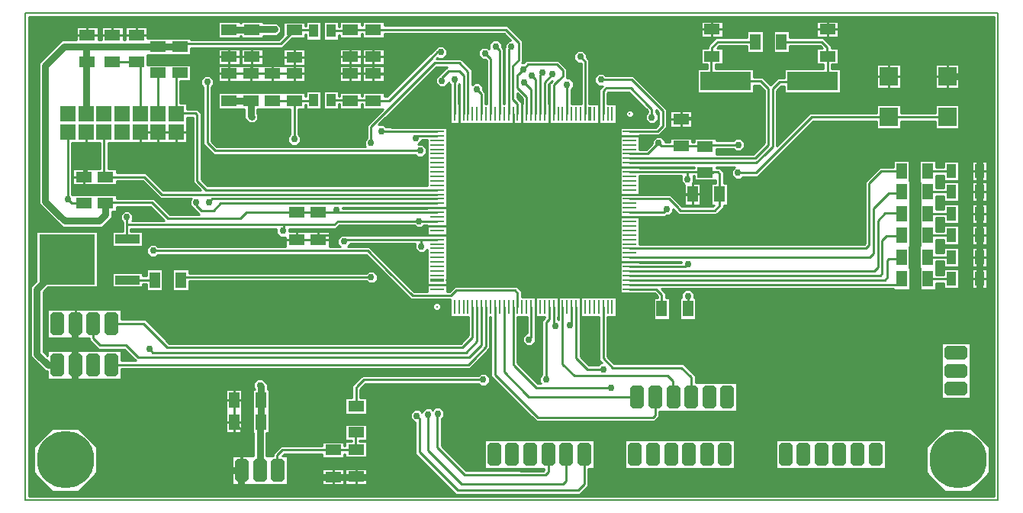
<source format=gbr>
G04 PROTEUS RS274X GERBER FILE*
%FSLAX45Y45*%
%MOMM*%
G01*
%ADD10C,0.254000*%
%ADD11C,0.762000*%
%ADD12C,0.762000*%
%AMDIL003*
4,1,8,
-1.270000,0.457200,-0.965200,0.762000,0.965200,0.762000,1.270000,0.457200,1.270000,-0.457200,
0.965200,-0.762000,-0.965200,-0.762000,-1.270000,-0.457200,-1.270000,0.457200,
0*%
%ADD13DIL003*%
%AMDIL004*
4,1,8,
-0.762000,0.965200,-0.457200,1.270000,0.457200,1.270000,0.762000,0.965200,0.762000,-0.965200,
0.457200,-1.270000,-0.457200,-1.270000,-0.762000,-0.965200,-0.762000,0.965200,
0*%
%ADD14DIL004*%
%ADD15C,6.350000*%
%ADD16R,1.778000X1.778000*%
%ADD17R,1.041400X1.397000*%
%ADD18R,2.743200X0.990600*%
%ADD19R,6.146800X5.562600*%
%ADD70R,1.803400X1.143000*%
%ADD71R,1.143000X1.803400*%
%ADD20R,5.588000X2.032000*%
%ADD21R,1.016000X1.524000*%
%ADD22R,1.524000X0.254000*%
%ADD23R,0.254000X1.524000*%
%ADD24R,0.304800X1.498600*%
%ADD25R,1.498600X0.304800*%
%ADD26C,0.228600*%
%ADD27R,2.032000X2.032000*%
%ADD28C,0.203200*%
G36*
X+9672320Y-6370320D02*
X-1036320Y-6370320D01*
X-1036320Y-1059180D01*
X+9672320Y-1059180D01*
X+9672320Y-6370320D01*
G37*
%LPC*%
G36*
X+9405619Y-4890719D02*
X+9405619Y-5290719D01*
X+9085581Y-5290719D01*
X+9085581Y-4672281D01*
X+9405619Y-4672281D01*
X+9405619Y-4890719D01*
G37*
G36*
X+8465719Y-6065519D02*
X+7247281Y-6065519D01*
X+7247281Y-5745481D01*
X+8465719Y-5745481D01*
X+8465719Y-6065519D01*
G37*
G36*
X+8920481Y-6114190D02*
X+8920481Y-5823810D01*
X+9125810Y-5618481D01*
X+9416190Y-5618481D01*
X+9621519Y-5823810D01*
X+9621519Y-6114190D01*
X+9416190Y-6319519D01*
X+9125810Y-6319519D01*
X+8920481Y-6114190D01*
G37*
G36*
X-985519Y-6114190D02*
X-985519Y-5823810D01*
X-780190Y-5618481D01*
X-489810Y-5618481D01*
X-284481Y-5823810D01*
X-284481Y-6114190D01*
X-489810Y-6319519D01*
X-780190Y-6319519D01*
X-985519Y-6114190D01*
G37*
G36*
X+3570212Y-5426368D02*
X+3570212Y-5485284D01*
X+3538219Y-5517277D01*
X+3538219Y-5810363D01*
X+3816237Y-6088381D01*
X+4413137Y-6088381D01*
X+4417840Y-6093084D01*
X+4671133Y-6093084D01*
X+4678782Y-6085435D01*
X+4678782Y-6065519D01*
X+4015281Y-6065519D01*
X+4015281Y-5745481D01*
X+5233719Y-5745481D01*
X+5233719Y-6065519D01*
X+5170219Y-6065519D01*
X+5170219Y-6259805D01*
X+5075918Y-6354106D01*
X+3697043Y-6354106D01*
X+3246927Y-5903990D01*
X+3246927Y-5553678D01*
X+3233418Y-5553678D01*
X+3191757Y-5512017D01*
X+3191757Y-5453101D01*
X+3233418Y-5411440D01*
X+3292334Y-5411440D01*
X+3320807Y-5439913D01*
X+3320807Y-5434927D01*
X+3362468Y-5393266D01*
X+3421384Y-5393266D01*
X+3441230Y-5413112D01*
X+3469635Y-5384707D01*
X+3528551Y-5384707D01*
X+3570212Y-5426368D01*
G37*
G36*
X+6795719Y-6065519D02*
X+5577281Y-6065519D01*
X+5577281Y-5745481D01*
X+6795719Y-5745481D01*
X+6795719Y-6065519D01*
G37*
G36*
X+2904489Y-1152881D02*
X+4272309Y-1152881D01*
X+4441565Y-1322137D01*
X+4441565Y-1360011D01*
X+4441564Y-1555992D01*
X+4430375Y-1567181D01*
X+4451463Y-1567181D01*
X+4483473Y-1535171D01*
X+4838005Y-1535171D01*
X+4930391Y-1627557D01*
X+4930391Y-1731393D01*
X+4926733Y-1735051D01*
X+4961059Y-1735051D01*
X+5002720Y-1776712D01*
X+5002720Y-1835628D01*
X+4977320Y-1861028D01*
X+4977320Y-2020781D01*
X+5088181Y-2020781D01*
X+5088181Y-1571437D01*
X+5086463Y-1569719D01*
X+5050542Y-1569719D01*
X+5008881Y-1528058D01*
X+5008881Y-1469142D01*
X+5050542Y-1427481D01*
X+5109458Y-1427481D01*
X+5151119Y-1469142D01*
X+5151119Y-1505063D01*
X+5179619Y-1533563D01*
X+5179619Y-2022051D01*
X+5188181Y-2022051D01*
X+5188181Y-2020781D01*
X+5288181Y-2020781D01*
X+5288181Y-1860763D01*
X+5325225Y-1823719D01*
X+5279142Y-1823719D01*
X+5237481Y-1782058D01*
X+5237481Y-1723142D01*
X+5279142Y-1681481D01*
X+5338058Y-1681481D01*
X+5363458Y-1706881D01*
X+5670437Y-1706881D01*
X+6041107Y-2077551D01*
X+6041107Y-2284170D01*
X+5954558Y-2370719D01*
X+5738119Y-2370719D01*
X+5738119Y-2529281D01*
X+5812099Y-2529281D01*
X+5879518Y-2461862D01*
X+5879518Y-2425941D01*
X+5921179Y-2384280D01*
X+5980095Y-2384280D01*
X+6021756Y-2425941D01*
X+6021756Y-2443481D01*
X+6074411Y-2443481D01*
X+6074411Y-2399031D01*
X+6320789Y-2399031D01*
X+6320789Y-2443481D01*
X+6341111Y-2443481D01*
X+6341111Y-2401131D01*
X+6587489Y-2401131D01*
X+6587489Y-2430781D01*
X+6777742Y-2430781D01*
X+6803142Y-2405381D01*
X+6862058Y-2405381D01*
X+6903719Y-2447042D01*
X+6903719Y-2505958D01*
X+6862058Y-2547619D01*
X+6803142Y-2547619D01*
X+6777742Y-2522219D01*
X+6587489Y-2522219D01*
X+6587489Y-2579281D01*
X+6999182Y-2579281D01*
X+7122174Y-2456289D01*
X+7122174Y-1872456D01*
X+7064942Y-1815224D01*
X+7005319Y-1815224D01*
X+7005319Y-1899919D01*
X+6380481Y-1899919D01*
X+6380481Y-1630681D01*
X+6486338Y-1630681D01*
X+6486338Y-1583969D01*
X+6417311Y-1583969D01*
X+6417311Y-1403631D01*
X+6494781Y-1403631D01*
X+6494781Y-1378063D01*
X+6585063Y-1287781D01*
X+6932931Y-1287781D01*
X+6932931Y-1210311D01*
X+7113269Y-1210311D01*
X+7113269Y-1456689D01*
X+6932931Y-1456689D01*
X+6932931Y-1379219D01*
X+6622937Y-1379219D01*
X+6598525Y-1403631D01*
X+6663689Y-1403631D01*
X+6663689Y-1583969D01*
X+6577776Y-1583969D01*
X+6577776Y-1630681D01*
X+7005319Y-1630681D01*
X+7005319Y-1723786D01*
X+7102816Y-1723786D01*
X+7191087Y-1812057D01*
X+7270863Y-1732281D01*
X+7345681Y-1732281D01*
X+7345681Y-1630681D01*
X+7777481Y-1630681D01*
X+7777481Y-1583969D01*
X+7700011Y-1583969D01*
X+7700011Y-1403631D01*
X+7766197Y-1403631D01*
X+7741785Y-1379219D01*
X+7403269Y-1379219D01*
X+7403269Y-1456689D01*
X+7222931Y-1456689D01*
X+7222931Y-1210311D01*
X+7403269Y-1210311D01*
X+7403269Y-1287781D01*
X+7779659Y-1287781D01*
X+7866094Y-1374216D01*
X+7866094Y-1403631D01*
X+7946389Y-1403631D01*
X+7946389Y-1583969D01*
X+7868919Y-1583969D01*
X+7868919Y-1630681D01*
X+7970519Y-1630681D01*
X+7970519Y-1899919D01*
X+7345681Y-1899919D01*
X+7345681Y-1823719D01*
X+7308737Y-1823719D01*
X+7259319Y-1873137D01*
X+7259319Y-2488622D01*
X+7625560Y-2122381D01*
X+8366881Y-2122381D01*
X+8366881Y-2033481D01*
X+8636119Y-2033481D01*
X+8636119Y-2122381D01*
X+9016881Y-2122381D01*
X+9016881Y-2033481D01*
X+9286119Y-2033481D01*
X+9286119Y-2302719D01*
X+9016881Y-2302719D01*
X+9016881Y-2213819D01*
X+8636119Y-2213819D01*
X+8636119Y-2302719D01*
X+8366881Y-2302719D01*
X+8366881Y-2213819D01*
X+7663434Y-2213819D01*
X+7047241Y-2830012D01*
X+6884532Y-2830012D01*
X+6859132Y-2855412D01*
X+6800216Y-2855412D01*
X+6758555Y-2813751D01*
X+6758555Y-2754835D01*
X+6792671Y-2720719D01*
X+6587489Y-2720719D01*
X+6587489Y-2729281D01*
X+6622399Y-2729281D01*
X+6670545Y-2777427D01*
X+6670545Y-2899411D01*
X+6714769Y-2899411D01*
X+6714769Y-3145789D01*
X+6670545Y-3145789D01*
X+6670545Y-3168537D01*
X+6589513Y-3249569D01*
X+6570575Y-3249569D01*
X+6175212Y-3249570D01*
X+6111457Y-3185815D01*
X+6111457Y-3219397D01*
X+6069796Y-3261058D01*
X+6033875Y-3261058D01*
X+6024214Y-3270719D01*
X+5738119Y-3270719D01*
X+5738119Y-3579281D01*
X+8229011Y-3579281D01*
X+8239558Y-3568734D01*
X+8239558Y-2884486D01*
X+8401162Y-2722882D01*
X+8420100Y-2722882D01*
X+8555991Y-2722881D01*
X+8555991Y-2645411D01*
X+8736329Y-2645411D01*
X+8736329Y-2874011D01*
X+8738429Y-2874011D01*
X+8738429Y-3602989D01*
X+8736329Y-3602989D01*
X+8736329Y-3839211D01*
X+8738429Y-3839211D01*
X+8738429Y-4085589D01*
X+8558091Y-4085589D01*
X+8558091Y-4070719D01*
X+5981963Y-4070719D01*
X+6029519Y-4118275D01*
X+6029519Y-4169411D01*
X+6073969Y-4169411D01*
X+6073969Y-4415789D01*
X+5893631Y-4415789D01*
X+5893631Y-4169411D01*
X+5938081Y-4169411D01*
X+5938081Y-4156149D01*
X+5902651Y-4120719D01*
X+5519681Y-4120719D01*
X+5519681Y-2279281D01*
X+5916684Y-2279281D01*
X+5949669Y-2246296D01*
X+5949669Y-2115425D01*
X+5918924Y-2084680D01*
X+5918924Y-2117297D01*
X+5944324Y-2142697D01*
X+5944324Y-2201613D01*
X+5902663Y-2243274D01*
X+5843747Y-2243274D01*
X+5802086Y-2201613D01*
X+5802086Y-2142697D01*
X+5827486Y-2117297D01*
X+5827486Y-2100029D01*
X+5620582Y-1893125D01*
X+5385131Y-1893125D01*
X+5379619Y-1898637D01*
X+5379619Y-2020781D01*
X+5479619Y-2020781D01*
X+5479619Y-2239219D01*
X+5188181Y-2239219D01*
X+5188181Y-2237949D01*
X+5179619Y-2237949D01*
X+5179619Y-2239219D01*
X+3638181Y-2239219D01*
X+3638181Y-1808358D01*
X+3614419Y-1784596D01*
X+3614419Y-1794758D01*
X+3572758Y-1836419D01*
X+3513842Y-1836419D01*
X+3472181Y-1794758D01*
X+3472181Y-1735842D01*
X+3513842Y-1694181D01*
X+3518379Y-1694181D01*
X+3600058Y-1612502D01*
X+3481354Y-1612502D01*
X+2840875Y-2252981D01*
X+2899658Y-2252981D01*
X+2925282Y-2278605D01*
X+3034640Y-2279281D01*
X+3598119Y-2279281D01*
X+3598119Y-3970719D01*
X+3596849Y-3970719D01*
X+3596849Y-3979281D01*
X+3598119Y-3979281D01*
X+3598119Y-4100259D01*
X+3622591Y-4100259D01*
X+3681823Y-4041027D01*
X+4369809Y-4041027D01*
X+4427967Y-4099185D01*
X+4427967Y-4160781D01*
X+5479619Y-4160781D01*
X+5479619Y-4379219D01*
X+5379619Y-4379219D01*
X+5379619Y-4823744D01*
X+5456982Y-4901107D01*
X+6223063Y-4901107D01*
X+6357719Y-5035763D01*
X+6357719Y-5110481D01*
X+6821219Y-5110481D01*
X+6821219Y-5430519D01*
X+5957719Y-5430519D01*
X+5957719Y-5491553D01*
X+5904883Y-5544389D01*
X+4589449Y-5544389D01*
X+4088181Y-5043121D01*
X+4088181Y-4379219D01*
X+4079619Y-4379219D01*
X+4079619Y-4734328D01*
X+3853328Y-4960619D01*
X-14681Y-4960619D01*
X-14681Y-5074919D01*
X-833119Y-5074919D01*
X-833119Y-4986019D01*
X-860080Y-4986019D01*
X-1022694Y-4823405D01*
X-1022694Y-4048818D01*
X-959559Y-3985683D01*
X-959559Y-3434751D01*
X-278841Y-3434751D01*
X-278841Y-4057049D01*
X-829773Y-4057049D01*
X-880456Y-4107732D01*
X-880456Y-4764491D01*
X-833119Y-4811828D01*
X-833119Y-4754881D01*
X-14681Y-4754881D01*
X-14681Y-4869181D01*
X+146332Y-4869181D01*
X+20471Y-4743320D01*
X-268678Y-4743320D01*
X-369619Y-4642379D01*
X-369619Y-4617719D01*
X-833119Y-4617719D01*
X-833119Y-4297681D01*
X-14681Y-4297681D01*
X-14681Y-4411981D01*
X+253339Y-4411981D01*
X+517146Y-4675788D01*
X+3751168Y-4675788D01*
X+3838181Y-4588775D01*
X+3838181Y-4379219D01*
X+3638181Y-4379219D01*
X+3638181Y-4191697D01*
X+3197275Y-4191697D01*
X+2700900Y-3695322D01*
X+392348Y-3695322D01*
X+366948Y-3720722D01*
X+308032Y-3720722D01*
X+266371Y-3679061D01*
X+266371Y-3620145D01*
X+308032Y-3578484D01*
X+366948Y-3578484D01*
X+392348Y-3603884D01*
X+1807211Y-3603884D01*
X+1807211Y-3500119D01*
X+1748542Y-3500119D01*
X+1706881Y-3458458D01*
X+1706881Y-3407149D01*
X+90993Y-3407148D01*
X+90993Y-3435351D01*
X+220979Y-3435351D01*
X+220979Y-3600449D01*
X-119379Y-3600449D01*
X-119379Y-3435351D01*
X-445Y-3435351D01*
X-445Y-3330997D01*
X-25845Y-3305597D01*
X-25845Y-3246681D01*
X+15816Y-3205020D01*
X+74732Y-3205020D01*
X+116393Y-3246681D01*
X+116393Y-3305597D01*
X+106278Y-3315712D01*
X+463065Y-3315712D01*
X+308580Y-3161227D01*
X-67311Y-3161227D01*
X-67311Y-3212269D01*
X-119381Y-3212269D01*
X-119381Y-3280225D01*
X-228085Y-3388929D01*
X-669295Y-3388929D01*
X-852581Y-3205643D01*
X-853120Y-3205643D01*
X-928147Y-3130617D01*
X-928147Y-3130077D01*
X-929103Y-3129121D01*
X-929103Y-1566222D01*
X-676062Y-1313181D01*
X-516889Y-1313181D01*
X-516889Y-1167131D01*
X-270511Y-1167131D01*
X-270511Y-1313181D01*
X-237489Y-1313181D01*
X-237489Y-1167131D01*
X+8889Y-1167131D01*
X+8889Y-1313181D01*
X+29211Y-1313181D01*
X+29211Y-1167131D01*
X+275589Y-1167131D01*
X+275589Y-1296231D01*
X+758189Y-1296231D01*
X+758189Y-1309875D01*
X+1733869Y-1309875D01*
X+1781811Y-1261933D01*
X+1781811Y-1113231D01*
X+2028189Y-1113231D01*
X+2028189Y-1157681D01*
X+2035811Y-1157681D01*
X+2035811Y-1108431D01*
X+2205989Y-1108431D01*
X+2205989Y-1314169D01*
X+2035811Y-1314169D01*
X+2035811Y-1249119D01*
X+2028189Y-1249119D01*
X+2028189Y-1293569D01*
X+1879487Y-1293569D01*
X+1771743Y-1401313D01*
X+758189Y-1401313D01*
X+758189Y-1476569D01*
X+275589Y-1476569D01*
X+275589Y-1586231D01*
X+758189Y-1586231D01*
X+758189Y-1766569D01*
X+639419Y-1766569D01*
X+639419Y-2011681D01*
X+715619Y-2011681D01*
X+715619Y-2079443D01*
X+829911Y-2079443D01*
X+871219Y-2120751D01*
X+871219Y-2855288D01*
X+945212Y-2929281D01*
X+3379681Y-2929281D01*
X+3379681Y-2420719D01*
X+3322319Y-2420719D01*
X+3322319Y-2428668D01*
X+3282106Y-2468881D01*
X+3331458Y-2468881D01*
X+3373119Y-2510542D01*
X+3373119Y-2569458D01*
X+3331458Y-2611119D01*
X+3272542Y-2611119D01*
X+3247142Y-2585719D01*
X+1009763Y-2585719D01*
X+894081Y-2470037D01*
X+894081Y-1832858D01*
X+868681Y-1807458D01*
X+868681Y-1748542D01*
X+910342Y-1706881D01*
X+969258Y-1706881D01*
X+1010919Y-1748542D01*
X+1010919Y-1807458D01*
X+985519Y-1832858D01*
X+985519Y-2432163D01*
X+1047637Y-2494281D01*
X+2692667Y-2494281D01*
X+2683527Y-2485141D01*
X+2683527Y-2426225D01*
X+2708927Y-2400825D01*
X+2708927Y-2255617D01*
X+2888375Y-2076169D01*
X+2658111Y-2076169D01*
X+2658111Y-2023819D01*
X+2650489Y-2023819D01*
X+2650489Y-2076169D01*
X+2404111Y-2076169D01*
X+2404111Y-2023819D01*
X+2396489Y-2023819D01*
X+2396489Y-2080969D01*
X+2226311Y-2080969D01*
X+2226311Y-1875231D01*
X+2396489Y-1875231D01*
X+2396489Y-1932381D01*
X+2404111Y-1932381D01*
X+2404111Y-1895831D01*
X+2650489Y-1895831D01*
X+2650489Y-1932381D01*
X+2658111Y-1932381D01*
X+2658111Y-1895831D01*
X+2904489Y-1895831D01*
X+2904489Y-1940281D01*
X+2935363Y-1940281D01*
X+3473563Y-1402081D01*
X+3475742Y-1402081D01*
X+3501142Y-1376681D01*
X+3560058Y-1376681D01*
X+3601719Y-1418342D01*
X+3601719Y-1477258D01*
X+3560058Y-1518919D01*
X+3501142Y-1518919D01*
X+3493590Y-1511366D01*
X+3483892Y-1521064D01*
X+3757632Y-1521064D01*
X+3879619Y-1643051D01*
X+3879619Y-1809464D01*
X+3901947Y-1787136D01*
X+3960863Y-1787136D01*
X+4002524Y-1828797D01*
X+4002524Y-1864718D01*
X+4028052Y-1890246D01*
X+4028052Y-2020781D01*
X+4041178Y-2020781D01*
X+4041178Y-1544667D01*
X+4029034Y-1532523D01*
X+3993113Y-1532523D01*
X+3951452Y-1490862D01*
X+3951452Y-1431946D01*
X+3993113Y-1390285D01*
X+4052029Y-1390285D01*
X+4069081Y-1407337D01*
X+4069081Y-1354842D01*
X+4110742Y-1313181D01*
X+4169658Y-1313181D01*
X+4211319Y-1354842D01*
X+4211319Y-1390763D01*
X+4229619Y-1409063D01*
X+4229619Y-2020781D01*
X+4238181Y-2020781D01*
X+4238181Y-1399294D01*
X+4242462Y-1395013D01*
X+4242462Y-1359092D01*
X+4284123Y-1317431D01*
X+4307547Y-1317431D01*
X+4234435Y-1244319D01*
X+2904489Y-1244319D01*
X+2904489Y-1288769D01*
X+2658111Y-1288769D01*
X+2658111Y-1244319D01*
X+2650489Y-1244319D01*
X+2650489Y-1288769D01*
X+2404111Y-1288769D01*
X+2404111Y-1257019D01*
X+2395989Y-1257019D01*
X+2395989Y-1314169D01*
X+2225811Y-1314169D01*
X+2225811Y-1108431D01*
X+2395989Y-1108431D01*
X+2395989Y-1165581D01*
X+2404111Y-1165581D01*
X+2404111Y-1108431D01*
X+2650489Y-1108431D01*
X+2650489Y-1152881D01*
X+2658111Y-1152881D01*
X+2658111Y-1108431D01*
X+2904489Y-1108431D01*
X+2904489Y-1152881D01*
G37*
G36*
X+1595119Y-5114042D02*
X+1595119Y-5114043D01*
X+1607819Y-5126743D01*
X+1607819Y-5185411D01*
X+1626869Y-5185411D01*
X+1626869Y-5673089D01*
X+1594104Y-5673089D01*
X+1594104Y-5926373D01*
X+1671615Y-5926373D01*
X+1671615Y-5899032D01*
X+1756866Y-5813781D01*
X+2213611Y-5813781D01*
X+2213611Y-5769331D01*
X+2459989Y-5769331D01*
X+2459989Y-5813781D01*
X+2467611Y-5813781D01*
X+2467611Y-5764531D01*
X+2540281Y-5764531D01*
X+2540281Y-5754369D01*
X+2467611Y-5754369D01*
X+2467611Y-5574031D01*
X+2713989Y-5574031D01*
X+2713989Y-5754369D01*
X+2631719Y-5754369D01*
X+2631719Y-5764531D01*
X+2713989Y-5764531D01*
X+2713989Y-5944869D01*
X+2467611Y-5944869D01*
X+2467611Y-5905219D01*
X+2459989Y-5905219D01*
X+2459989Y-5949669D01*
X+2213611Y-5949669D01*
X+2213611Y-5905219D01*
X+1794740Y-5905219D01*
X+1773586Y-5926373D01*
X+1832204Y-5926373D01*
X+1832204Y-6246411D01*
X+1213766Y-6246411D01*
X+1213766Y-5926373D01*
X+1451866Y-5926373D01*
X+1451866Y-5673089D01*
X+1446531Y-5673089D01*
X+1446531Y-5185411D01*
X+1465334Y-5185411D01*
X+1452881Y-5172958D01*
X+1452881Y-5114042D01*
X+1494542Y-5072381D01*
X+1553458Y-5072381D01*
X+1595119Y-5114042D01*
G37*
G36*
X+2206489Y-2080969D02*
X+2036311Y-2080969D01*
X+2036311Y-2031719D01*
X+2028189Y-2031719D01*
X+2028189Y-2076169D01*
X+1950719Y-2076169D01*
X+1950719Y-2358142D01*
X+1976119Y-2383542D01*
X+1976119Y-2442458D01*
X+1934458Y-2484119D01*
X+1875542Y-2484119D01*
X+1833881Y-2442458D01*
X+1833881Y-2383542D01*
X+1859281Y-2358142D01*
X+1859281Y-2076169D01*
X+1493519Y-2076169D01*
X+1493519Y-2125569D01*
X+1504164Y-2136214D01*
X+1504164Y-2195130D01*
X+1462503Y-2236791D01*
X+1403587Y-2236791D01*
X+1351281Y-2184484D01*
X+1351281Y-2076169D01*
X+1057911Y-2076169D01*
X+1057911Y-1895831D01*
X+2028189Y-1895831D01*
X+2028189Y-1940281D01*
X+2036311Y-1940281D01*
X+2036311Y-1875231D01*
X+2206489Y-1875231D01*
X+2206489Y-2080969D01*
G37*
G36*
X+445769Y-4098289D02*
X+265431Y-4098289D01*
X+265431Y-4019619D01*
X+220979Y-4019619D01*
X+220979Y-4056449D01*
X-119379Y-4056449D01*
X-119379Y-3891351D01*
X+220979Y-3891351D01*
X+220979Y-3928181D01*
X+265431Y-3928181D01*
X+265431Y-3851911D01*
X+445769Y-3851911D01*
X+445769Y-4098289D01*
G37*
G36*
X+735769Y-3897625D02*
X+2702323Y-3897625D01*
X+2727723Y-3872225D01*
X+2786639Y-3872225D01*
X+2828300Y-3913886D01*
X+2828300Y-3972802D01*
X+2786639Y-4014463D01*
X+2727723Y-4014463D01*
X+2702323Y-3989063D01*
X+735769Y-3989063D01*
X+735769Y-4098289D01*
X+555431Y-4098289D01*
X+555431Y-3851911D01*
X+735769Y-3851911D01*
X+735769Y-3897625D01*
G37*
G36*
X+2404111Y-1588769D02*
X+2404111Y-1408431D01*
X+2650489Y-1408431D01*
X+2650489Y-1588769D01*
X+2404111Y-1588769D01*
G37*
G36*
X+2658111Y-1588769D02*
X+2658111Y-1408431D01*
X+2904489Y-1408431D01*
X+2904489Y-1588769D01*
X+2658111Y-1588769D01*
G37*
G36*
X+2658111Y-1776169D02*
X+2658111Y-1595831D01*
X+2904489Y-1595831D01*
X+2904489Y-1776169D01*
X+2658111Y-1776169D01*
G37*
G36*
X+2404111Y-1776169D02*
X+2404111Y-1595831D01*
X+2650489Y-1595831D01*
X+2650489Y-1776169D01*
X+2404111Y-1776169D01*
G37*
G36*
X+1781811Y-1593569D02*
X+1781811Y-1413231D01*
X+2028189Y-1413231D01*
X+2028189Y-1593569D01*
X+1781811Y-1593569D01*
G37*
G36*
X+2467611Y-6244869D02*
X+2467611Y-6064531D01*
X+2713989Y-6064531D01*
X+2713989Y-6244869D01*
X+2467611Y-6244869D01*
G37*
G36*
X+2213611Y-6249669D02*
X+2213611Y-6069331D01*
X+2459989Y-6069331D01*
X+2459989Y-6249669D01*
X+2213611Y-6249669D01*
G37*
G36*
X+1057911Y-1588769D02*
X+1057911Y-1408431D01*
X+1304289Y-1408431D01*
X+1304289Y-1588769D01*
X+1057911Y-1588769D01*
G37*
G36*
X+1558289Y-1124378D02*
X+1713419Y-1124378D01*
X+1755080Y-1166039D01*
X+1755080Y-1224955D01*
X+1713419Y-1266616D01*
X+1558289Y-1266616D01*
X+1558289Y-1288769D01*
X+1311911Y-1288769D01*
X+1311911Y-1269719D01*
X+1304289Y-1269719D01*
X+1304289Y-1288769D01*
X+1057911Y-1288769D01*
X+1057911Y-1108431D01*
X+1304289Y-1108431D01*
X+1304289Y-1127481D01*
X+1311911Y-1127481D01*
X+1311911Y-1108431D01*
X+1558289Y-1108431D01*
X+1558289Y-1124378D01*
G37*
G36*
X+1311911Y-1588769D02*
X+1311911Y-1408431D01*
X+1558289Y-1408431D01*
X+1558289Y-1588769D01*
X+1311911Y-1588769D01*
G37*
G36*
X+2028189Y-1776169D02*
X+1057911Y-1776169D01*
X+1057911Y-1595831D01*
X+2028189Y-1595831D01*
X+2028189Y-1776169D01*
G37*
G36*
X+1326869Y-5431789D02*
X+1326869Y-5673089D01*
X+1146531Y-5673089D01*
X+1146531Y-5185411D01*
X+1326869Y-5185411D01*
X+1326869Y-5431789D01*
G37*
G36*
X+6663689Y-1103631D02*
X+6663689Y-1283969D01*
X+6417311Y-1283969D01*
X+6417311Y-1103631D01*
X+6663689Y-1103631D01*
G37*
G36*
X+7946389Y-1103631D02*
X+7946389Y-1283969D01*
X+7700011Y-1283969D01*
X+7700011Y-1103631D01*
X+7946389Y-1103631D01*
G37*
G36*
X+9026329Y-2722881D02*
X+9110981Y-2722881D01*
X+9110981Y-2659381D01*
X+9278619Y-2659381D01*
X+9278619Y-2877819D01*
X+9110981Y-2877819D01*
X+9110981Y-2814319D01*
X+9026329Y-2814319D01*
X+9026329Y-2874011D01*
X+9028429Y-2874011D01*
X+9028429Y-2951481D01*
X+9110981Y-2951481D01*
X+9110981Y-2887981D01*
X+9278619Y-2887981D01*
X+9278619Y-3106419D01*
X+9110981Y-3106419D01*
X+9110981Y-3042919D01*
X+9028429Y-3042919D01*
X+9028429Y-3192781D01*
X+9110981Y-3192781D01*
X+9110981Y-3129281D01*
X+9278619Y-3129281D01*
X+9278619Y-3347719D01*
X+9110981Y-3347719D01*
X+9110981Y-3284219D01*
X+9028429Y-3284219D01*
X+9028429Y-3434081D01*
X+9110981Y-3434081D01*
X+9110981Y-3370581D01*
X+9278619Y-3370581D01*
X+9278619Y-3589019D01*
X+9110981Y-3589019D01*
X+9110981Y-3525519D01*
X+9028429Y-3525519D01*
X+9028429Y-3602989D01*
X+9026329Y-3602989D01*
X+9026329Y-3675381D01*
X+9110981Y-3675381D01*
X+9110981Y-3611881D01*
X+9278619Y-3611881D01*
X+9278619Y-3830319D01*
X+9110981Y-3830319D01*
X+9110981Y-3766819D01*
X+9026329Y-3766819D01*
X+9026329Y-3839211D01*
X+9028429Y-3839211D01*
X+9028429Y-3916681D01*
X+9110981Y-3916681D01*
X+9110981Y-3853181D01*
X+9278619Y-3853181D01*
X+9278619Y-4071619D01*
X+9110981Y-4071619D01*
X+9110981Y-4008119D01*
X+9028429Y-4008119D01*
X+9028429Y-4085589D01*
X+8848091Y-4085589D01*
X+8848091Y-3844289D01*
X+8845991Y-3844289D01*
X+8845991Y-3597911D01*
X+8848091Y-3597911D01*
X+8848091Y-2891789D01*
X+8845991Y-2891789D01*
X+8845991Y-2645411D01*
X+9026329Y-2645411D01*
X+9026329Y-2722881D01*
G37*
G36*
X+9425941Y-3853181D02*
X+9593579Y-3853181D01*
X+9593579Y-4071619D01*
X+9425941Y-4071619D01*
X+9425941Y-3853181D01*
G37*
G36*
X+9425941Y-2659381D02*
X+9593579Y-2659381D01*
X+9593579Y-2877819D01*
X+9425941Y-2877819D01*
X+9425941Y-2659381D01*
G37*
G36*
X+9425941Y-3611881D02*
X+9593579Y-3611881D01*
X+9593579Y-3830319D01*
X+9425941Y-3830319D01*
X+9425941Y-3611881D01*
G37*
G36*
X+9425941Y-3370581D02*
X+9593579Y-3370581D01*
X+9593579Y-3589019D01*
X+9425941Y-3589019D01*
X+9425941Y-3370581D01*
G37*
G36*
X+9425941Y-2887981D02*
X+9593579Y-2887981D01*
X+9593579Y-3106419D01*
X+9425941Y-3106419D01*
X+9425941Y-2887981D01*
G37*
G36*
X+9425941Y-3129281D02*
X+9593579Y-3129281D01*
X+9593579Y-3347719D01*
X+9425941Y-3347719D01*
X+9425941Y-3129281D01*
G37*
G36*
X+5584451Y-2148411D02*
X+5584451Y-2111589D01*
X+5610489Y-2085551D01*
X+5647311Y-2085551D01*
X+5673349Y-2111589D01*
X+5673349Y-2148411D01*
X+5647311Y-2174449D01*
X+5610489Y-2174449D01*
X+5584451Y-2148411D01*
G37*
G36*
X+3444451Y-4288411D02*
X+3444451Y-4251589D01*
X+3470489Y-4225551D01*
X+3507311Y-4225551D01*
X+3533349Y-4251589D01*
X+3533349Y-4288411D01*
X+3507311Y-4314449D01*
X+3470489Y-4314449D01*
X+3444451Y-4288411D01*
G37*
G36*
X+6344919Y-4123442D02*
X+6344919Y-4169411D01*
X+6363969Y-4169411D01*
X+6363969Y-4415789D01*
X+6183631Y-4415789D01*
X+6183631Y-4169411D01*
X+6202681Y-4169411D01*
X+6202681Y-4123442D01*
X+6244342Y-4081781D01*
X+6303258Y-4081781D01*
X+6344919Y-4123442D01*
G37*
G36*
X+4071619Y-5050542D02*
X+4071619Y-5109458D01*
X+4029958Y-5151119D01*
X+3971042Y-5151119D01*
X+3945642Y-5125719D01*
X+2696439Y-5125719D01*
X+2636519Y-5185639D01*
X+2636519Y-5284031D01*
X+2713989Y-5284031D01*
X+2713989Y-5464369D01*
X+2467611Y-5464369D01*
X+2467611Y-5284031D01*
X+2545081Y-5284031D01*
X+2545081Y-5147765D01*
X+2658565Y-5034281D01*
X+3945642Y-5034281D01*
X+3971042Y-5008881D01*
X+4029958Y-5008881D01*
X+4071619Y-5050542D01*
G37*
G36*
X+6320789Y-2099031D02*
X+6320789Y-2279369D01*
X+6074411Y-2279369D01*
X+6074411Y-2099031D01*
X+6320789Y-2099031D01*
G37*
G36*
X+8366881Y-1583481D02*
X+8636119Y-1583481D01*
X+8636119Y-1852719D01*
X+8366881Y-1852719D01*
X+8366881Y-1583481D01*
G37*
G36*
X+9016881Y-1583481D02*
X+9286119Y-1583481D01*
X+9286119Y-1852719D01*
X+9016881Y-1852719D01*
X+9016881Y-1583481D01*
G37*
G36*
X-857250Y-1283151D02*
X-857250Y-1256849D01*
X-838651Y-1238250D01*
X-812349Y-1238250D01*
X-793750Y-1256849D01*
X-793750Y-1283151D01*
X-812349Y-1301750D01*
X-838651Y-1301750D01*
X-857250Y-1283151D01*
G37*
G36*
X+3426833Y-1706284D02*
X+3426833Y-1679982D01*
X+3445432Y-1661383D01*
X+3471734Y-1661383D01*
X+3490333Y-1679982D01*
X+3490333Y-1706284D01*
X+3471734Y-1724883D01*
X+3445432Y-1724883D01*
X+3426833Y-1706284D01*
G37*
G36*
X+3078542Y-1705659D02*
X+3078542Y-1679357D01*
X+3097141Y-1660758D01*
X+3123443Y-1660758D01*
X+3142042Y-1679357D01*
X+3142042Y-1705659D01*
X+3123443Y-1724258D01*
X+3097141Y-1724258D01*
X+3078542Y-1705659D01*
G37*
G36*
X+3494089Y-5213755D02*
X+3494089Y-5187453D01*
X+3512688Y-5168854D01*
X+3538990Y-5168854D01*
X+3557589Y-5187453D01*
X+3557589Y-5213755D01*
X+3538990Y-5232354D01*
X+3512688Y-5232354D01*
X+3494089Y-5213755D01*
G37*
%LPD*%
G36*
X+4751572Y-1780900D02*
X+4738181Y-1794291D01*
X+4738181Y-2020781D01*
X+4729619Y-2020781D01*
X+4729619Y-1799643D01*
X+4765915Y-1763347D01*
X+4769125Y-1763347D01*
X+4751572Y-1780900D01*
G37*
G36*
X+4438181Y-1962837D02*
X+4438181Y-2020781D01*
X+4429619Y-2020781D01*
X+4429619Y-2000763D01*
X+4378419Y-1949563D01*
X+4378419Y-1903075D01*
X+4438181Y-1962837D01*
G37*
G36*
X+3738181Y-2020781D02*
X+3729619Y-2020781D01*
X+3729619Y-1806558D01*
X+3738181Y-1797996D01*
X+3738181Y-2020781D01*
G37*
G36*
X+6341111Y-2729281D02*
X+5738119Y-2729281D01*
X+5738119Y-2720719D01*
X+6341111Y-2720719D01*
X+6341111Y-2729281D01*
G37*
G36*
X+779781Y-2893162D02*
X+865901Y-2979282D01*
X+453138Y-2979282D01*
X+260237Y-2786381D01*
X-67311Y-2786381D01*
X-67311Y-2741931D01*
X-160581Y-2741931D01*
X-160581Y-2455519D01*
X+715619Y-2455519D01*
X+715619Y-2170881D01*
X+779781Y-2170881D01*
X+779781Y-2893162D01*
G37*
G36*
X+6341111Y-2871469D02*
X+6579107Y-2871469D01*
X+6579107Y-2899411D01*
X+6534431Y-2899411D01*
X+6534431Y-3145789D01*
X+6563981Y-3145789D01*
X+6551637Y-3158133D01*
X+6213086Y-3158132D01*
X+6084235Y-3029281D01*
X+5738119Y-3029281D01*
X+5738119Y-2820719D01*
X+6201926Y-2820719D01*
X+6197092Y-2825553D01*
X+6197092Y-2884469D01*
X+6234431Y-2921808D01*
X+6234431Y-3145789D01*
X+6414769Y-3145789D01*
X+6414769Y-2899411D01*
X+6324388Y-2899411D01*
X+6339330Y-2884469D01*
X+6339330Y-2825553D01*
X+6334496Y-2820719D01*
X+6341111Y-2820719D01*
X+6341111Y-2871469D01*
G37*
G36*
X+3379681Y-3179281D02*
X+2443325Y-3179281D01*
X+2443325Y-3170719D01*
X+3379681Y-3170719D01*
X+3379681Y-3179281D01*
G37*
G36*
X-252019Y-2741931D02*
X-554989Y-2741931D01*
X-554989Y-2922269D01*
X-67311Y-2922269D01*
X-67311Y-2877819D01*
X+222363Y-2877819D01*
X+415262Y-3070718D01*
X+762557Y-3070718D01*
X+747133Y-3086142D01*
X+747133Y-3145058D01*
X+788794Y-3186719D01*
X+791343Y-3186719D01*
X+852109Y-3247485D01*
X+524150Y-3247485D01*
X+346454Y-3069789D01*
X-67311Y-3069789D01*
X-67311Y-3031931D01*
X-554780Y-3031931D01*
X-560581Y-3026130D01*
X-560581Y-2455519D01*
X-252019Y-2455519D01*
X-252019Y-2741931D01*
G37*
G36*
X+3379681Y-3420719D02*
X+3379681Y-3479281D01*
X+2489067Y-3479281D01*
X+2485286Y-3475500D01*
X+2426370Y-3475500D01*
X+2384709Y-3517161D01*
X+2384709Y-3576077D01*
X+2412516Y-3603884D01*
X+2294889Y-3603884D01*
X+2294889Y-3435631D01*
X+1849119Y-3435631D01*
X+1849119Y-3407149D01*
X+2369389Y-3407149D01*
X+2405819Y-3370719D01*
X+3234364Y-3370719D01*
X+3259764Y-3396119D01*
X+3318680Y-3396119D01*
X+3344080Y-3370719D01*
X+3379681Y-3370719D01*
X+3379681Y-3420719D01*
G37*
G36*
X+6202681Y-3779281D02*
X+5738119Y-3779281D01*
X+5738119Y-3770719D01*
X+6202681Y-3770719D01*
X+6202681Y-3779281D01*
G37*
G36*
X+3242269Y-3571378D02*
X+3242269Y-3630294D01*
X+3283930Y-3671955D01*
X+3342846Y-3671955D01*
X+3379681Y-3635120D01*
X+3379681Y-3970719D01*
X+3380951Y-3970719D01*
X+3380951Y-3979281D01*
X+3379681Y-3979281D01*
X+3379681Y-4100259D01*
X+3235149Y-4100259D01*
X+2738774Y-3603884D01*
X+2499140Y-3603884D01*
X+2526947Y-3576077D01*
X+2526947Y-3570719D01*
X+3242928Y-3570719D01*
X+3242269Y-3571378D01*
G37*
%LPC*%
G36*
X+3237751Y-4003167D02*
X+3237751Y-3976865D01*
X+3256350Y-3958266D01*
X+3282652Y-3958266D01*
X+3301251Y-3976865D01*
X+3301251Y-4003167D01*
X+3282652Y-4021766D01*
X+3256350Y-4021766D01*
X+3237751Y-4003167D01*
G37*
%LPD*%
G36*
X+4838181Y-4415738D02*
X+4834424Y-4411981D01*
X+4829619Y-4411981D01*
X+4829619Y-4379219D01*
X+4838181Y-4379219D01*
X+4838181Y-4415738D01*
G37*
G36*
X+4688181Y-4391163D02*
X+4653281Y-4426063D01*
X+4653281Y-5025142D01*
X+4627881Y-5050542D01*
X+4627881Y-5109458D01*
X+4641604Y-5123181D01*
X+4609385Y-5123181D01*
X+4379619Y-4893415D01*
X+4379619Y-4379219D01*
X+4488181Y-4379219D01*
X+4488181Y-4564381D01*
X+4479042Y-4564381D01*
X+4437381Y-4606042D01*
X+4437381Y-4664958D01*
X+4479042Y-4706619D01*
X+4537958Y-4706619D01*
X+4579619Y-4664958D01*
X+4579619Y-4379219D01*
X+4688181Y-4379219D01*
X+4688181Y-4391163D01*
G37*
G36*
X+5288181Y-4842681D02*
X+5288181Y-4861618D01*
X+5320052Y-4893489D01*
X+5304542Y-4893489D01*
X+5278050Y-4919981D01*
X+5177255Y-4919981D01*
X+5079619Y-4822345D01*
X+5079619Y-4379219D01*
X+5288181Y-4379219D01*
X+5288181Y-4842681D01*
G37*
D10*
X+9194800Y-2768600D02*
X+8936160Y-2768600D01*
X+9194800Y-2997200D02*
X+8938260Y-2997200D01*
X+9194800Y-3238500D02*
X+8938260Y-3238500D01*
X+6692900Y-1765300D02*
X+6972300Y-1769505D01*
X+7083879Y-1769505D01*
X+7167015Y-1852641D01*
X+7167893Y-1853519D01*
X+7167893Y-1982491D01*
X+7167893Y-2475226D01*
X+7123027Y-2520092D01*
X+7018119Y-2625000D01*
X+5628900Y-2625000D01*
X+6692900Y-1765300D02*
X+6683822Y-1759566D01*
X+6540500Y-1485900D02*
X+6532057Y-1494343D01*
X+6532057Y-1663700D01*
X+6683823Y-1759566D01*
X+6683822Y-1759566D02*
X+6683823Y-1759566D01*
X+6540500Y-1485900D02*
X+6540500Y-1493800D01*
X+6540500Y-1485900D02*
X+6540500Y-1397000D01*
X+6604000Y-1333500D01*
X+7023100Y-1333500D01*
X+7658100Y-1765300D02*
X+7641769Y-1761449D01*
X+7625218Y-1778000D01*
X+7289800Y-1778000D01*
X+7213600Y-1854200D01*
X+7213600Y-1879600D01*
X+7213600Y-2494078D01*
X+7131904Y-2575774D01*
X+7032678Y-2675000D01*
X+5628900Y-2675000D01*
X+7823200Y-1505437D02*
X+7820375Y-1502612D01*
X+7820375Y-1393153D01*
X+7760722Y-1333500D01*
X+7313100Y-1333500D01*
X+7658100Y-1765300D02*
X+7805721Y-1764922D01*
X+7823200Y-1747443D01*
X+7823200Y-1505437D01*
X+7823200Y-1493800D01*
X+50800Y-3973900D02*
X+354400Y-3973900D01*
X+355600Y-3975100D01*
X+9194800Y-3962400D02*
X+8938260Y-3962400D01*
X+9194800Y-3721100D02*
X+8936160Y-3721100D01*
X+9194800Y-3479800D02*
X+8938260Y-3479800D01*
X+3883900Y-4270000D02*
X+3883900Y-4607712D01*
X+3770105Y-4721507D01*
X+498209Y-4721507D01*
X+284575Y-4507873D01*
X+234402Y-4457700D01*
X-123900Y-4457700D01*
X+3983900Y-4270000D02*
X+3983900Y-4698858D01*
X+3849300Y-4833458D01*
X+175265Y-4833458D01*
X+47107Y-4705300D01*
X+39408Y-4697601D01*
X-249741Y-4697601D01*
X-323900Y-4623442D01*
X-323900Y-4457700D01*
X+2870200Y-2324100D02*
X+3034552Y-2325000D01*
X+3488900Y-2325000D01*
X+4033900Y-4270000D02*
X+4033900Y-4715391D01*
X+3895996Y-4853295D01*
X+3834391Y-4914900D01*
X-123900Y-4914900D01*
X+296957Y-4742626D02*
X+333262Y-4778931D01*
X+3811191Y-4778931D01*
X+3933900Y-4656222D01*
X+3933900Y-4270000D01*
X-393700Y-1257300D02*
X-812800Y-1257300D01*
X-825500Y-1270000D01*
X+1422400Y-1686000D02*
X+1418690Y-1672054D01*
X+1435100Y-1655644D01*
X+1435100Y-1498600D01*
X+1905000Y-1686000D02*
X+1905000Y-1503400D01*
X+2527300Y-1686000D02*
X+2527979Y-1674668D01*
X+2527300Y-1673989D01*
X+2527300Y-1498600D01*
X+2781300Y-1686000D02*
X+2781300Y-1498600D01*
X+2527300Y-1686000D02*
X+1905000Y-1686000D01*
X+1663700Y-1686000D02*
X+1905000Y-1686000D01*
X+1663700Y-1686000D02*
X+1422400Y-1686000D01*
X+1181100Y-1686000D01*
X+1181100Y-1498600D01*
X+4432300Y-2330385D02*
X+4429544Y-2327629D01*
X+4429544Y-2134356D01*
X+4433900Y-2130000D01*
X+4733812Y-2330385D02*
X+4432300Y-2330385D01*
X+4733812Y-2330385D02*
X+5264085Y-2330385D01*
X+5283900Y-2350200D01*
X+4733812Y-2330385D02*
X+4733900Y-2330297D01*
X+4733900Y-2130000D01*
X+4323098Y-2330385D02*
X+4334363Y-2319120D01*
X+4334363Y-2130463D01*
X+4333900Y-2130000D01*
X+5628900Y-2375000D02*
X+5628800Y-2374900D01*
X+5308600Y-2374900D01*
X+5295900Y-2362200D01*
X+5283900Y-2350200D02*
X+5295900Y-2362200D01*
X+4203700Y-3374801D02*
X+4203501Y-3375000D01*
X+3488900Y-3375000D01*
X+4164115Y-3184466D02*
X+4191874Y-3212226D01*
X+4164115Y-3184466D02*
X+4154648Y-3175000D01*
X+4164115Y-3184466D02*
X+4154649Y-3175000D01*
X+4154648Y-3175000D02*
X+4154649Y-3175000D01*
X+4154648Y-3175000D02*
X+3488900Y-3175000D01*
X+4483458Y-3775358D02*
X+4233816Y-4025000D01*
X+3488900Y-4025000D01*
X+4483458Y-3775358D02*
X+4183100Y-3475000D01*
X+4483458Y-3775358D02*
X+4579874Y-3775358D01*
X+4830869Y-3775358D02*
X+4833900Y-3778389D01*
X+4833900Y-4270000D01*
X+4579874Y-3775358D02*
X+4830869Y-3775358D01*
X+5101619Y-3775358D01*
X+4579874Y-3775358D02*
X+4583900Y-3779384D01*
X+4583900Y-4270000D01*
X+5181600Y-3775358D02*
X+5278318Y-3775358D01*
X+5101619Y-3775358D02*
X+5083900Y-3793077D01*
X+5083900Y-4270000D01*
X+4203700Y-3374801D02*
X+4203700Y-3454400D01*
X+4183100Y-3475000D01*
X+3488900Y-3475000D02*
X+4183100Y-3475000D01*
X+5101619Y-3775358D02*
X+5181600Y-3775358D01*
X+5278318Y-3775358D02*
X+5323652Y-3775358D01*
X+5283900Y-3695700D02*
X+5283900Y-3276600D01*
X+5278318Y-3775358D02*
X+5283900Y-3769776D01*
X+5283900Y-3735606D01*
X+5283900Y-3695700D02*
X+5283900Y-3735606D01*
X+5323652Y-3775358D02*
X+5405143Y-3775358D01*
X+5405501Y-3775000D01*
X+5323652Y-3775358D02*
X+5323294Y-3775000D01*
X+5405501Y-3775000D01*
X+5628900Y-3775000D01*
X+5283900Y-3022600D02*
X+5283900Y-2725012D01*
X+5283900Y-2350200D02*
X+5283900Y-2725012D01*
X+5283912Y-2725000D01*
X+5628900Y-2725000D01*
X+5283900Y-3276600D02*
X+5283900Y-3022600D01*
X+5628900Y-3025000D02*
X+5286300Y-3025000D01*
X+5283900Y-3022600D01*
X+5283900Y-3276600D02*
X+5285500Y-3275000D01*
X+5628900Y-3275000D01*
X+5283900Y-2350200D02*
X+5283900Y-2311400D01*
X+5283900Y-2130000D01*
X+2171700Y-3525800D02*
X+1955800Y-3525800D01*
X+1930400Y-3525800D02*
X+1955800Y-3525800D01*
X+4203700Y-3374801D02*
X+4203700Y-3224051D01*
X+4164115Y-3184466D01*
X+2171700Y-3525800D02*
X+2222500Y-3475000D01*
X+3488900Y-3475000D01*
X+1322985Y-6086392D02*
X+1311955Y-6086392D01*
X+1236700Y-5549900D02*
X+1293850Y-5612763D01*
X+1311955Y-5630868D01*
X+1311955Y-6086392D01*
X+1311955Y-6097422D01*
D11*
X+1311955Y-6086392D02*
X+223932Y-6086392D01*
X-286050Y-5576410D01*
X-527338Y-5335122D01*
X-527338Y-4452056D01*
D10*
X-523900Y-4457700D02*
X-527338Y-4452056D01*
X-523900Y-4457700D02*
X-523900Y-4914900D01*
X-523900Y-4457700D02*
X-523900Y-4455494D01*
X-527338Y-4452056D01*
D11*
X+1311955Y-6097422D02*
X+1311955Y-6302846D01*
X+1339489Y-6330380D01*
X+1917700Y-6330380D01*
D10*
X+1322985Y-6086392D02*
X+1311955Y-6097422D01*
X+1236700Y-5308600D02*
X+1236700Y-5459730D01*
X+1236700Y-5549900D01*
X+9509760Y-2768600D02*
X+9512077Y-2760808D01*
X+9509760Y-2763125D01*
D11*
X+9509760Y-2768600D02*
X+9509760Y-2997200D01*
D10*
X+7823200Y-1193800D02*
X+7831684Y-1197071D01*
X+7828413Y-1193800D01*
X+9509760Y-2768600D02*
X+9509760Y-2763125D01*
X-406300Y-2333600D02*
X-406300Y-2803404D01*
X-440980Y-2838084D01*
X-431800Y-2832100D01*
X+393700Y-2333600D02*
X+193700Y-2333600D01*
X+393700Y-2333600D02*
X+593700Y-2333600D01*
X+152400Y-1257300D02*
X-114300Y-1257300D01*
X-393700Y-1257300D02*
X-114300Y-1257300D01*
D11*
X+9509760Y-2997200D02*
X+9509760Y-3238500D01*
X+9509760Y-3479800D02*
X+9509760Y-3238500D01*
X+9509760Y-3721100D02*
X+9509760Y-3479800D01*
X+9509760Y-3721100D02*
X+9509760Y-3962400D01*
D10*
X+2586000Y-6159500D02*
X+2587590Y-6157910D01*
D11*
X+2336800Y-6159500D02*
X+2088580Y-6159500D01*
X+1917700Y-6330380D01*
X+2336800Y-6159500D02*
X+2349500Y-6159500D01*
D10*
X+2587590Y-6157910D02*
X+2590800Y-6154700D01*
X+1236700Y-5549900D02*
X+1238418Y-5557331D01*
X+1236700Y-5549900D02*
X+1236700Y-5555613D01*
X+1238418Y-5557331D01*
X+5628900Y-3025000D02*
X+6322200Y-3025000D01*
X+6324600Y-3022600D01*
X+3251200Y-2399210D02*
X+3275410Y-2375000D01*
X+3488900Y-2375000D01*
X+3499093Y-5455826D02*
X+3492500Y-5462419D01*
X+3492500Y-5829300D01*
X+3797300Y-6134100D01*
X+4394200Y-6134100D01*
X+4398903Y-6138803D01*
X+4690070Y-6138803D01*
X+4724500Y-6104373D01*
X+4724500Y-5905500D01*
X+3391926Y-5464385D02*
X+3391926Y-5868426D01*
X+3759200Y-6235700D01*
X+4889500Y-6235700D01*
X+4924500Y-6200700D01*
X+4924500Y-5905500D01*
X+3262876Y-5482559D02*
X+3292646Y-5512329D01*
X+3292646Y-5885053D01*
X+3715980Y-6308387D01*
X+5056981Y-6308387D01*
X+5124500Y-6240868D01*
X+5124500Y-5905500D01*
X+4539700Y-1705693D02*
X+4583900Y-1749893D01*
X+4583900Y-2130000D01*
X+8648260Y-3962400D02*
X+8585660Y-4025000D01*
X+5628900Y-4025000D01*
X+8646160Y-3721100D02*
X+8625698Y-3741562D01*
X+8505086Y-3741562D01*
X+8488409Y-3758239D01*
X+8488409Y-3944248D01*
X+8457657Y-3975000D01*
X+5628900Y-3975000D01*
X+8648260Y-3479800D02*
X+8639710Y-3488350D01*
X+8475200Y-3488350D01*
X+8430400Y-3533150D01*
X+8430400Y-3903968D01*
X+8410068Y-3924300D01*
X+5803900Y-3924300D01*
X+5803200Y-3925000D01*
X+5628900Y-3925000D01*
X+8648260Y-3238500D02*
X+8645642Y-3235882D01*
X+8465130Y-3235882D01*
X+8384699Y-3316313D01*
X+8384699Y-3820162D01*
X+8384699Y-3830942D01*
X+8339980Y-3875661D01*
X+8339319Y-3875000D01*
X+5628900Y-3875000D01*
X+8648260Y-2997200D02*
X+8636889Y-3008571D01*
X+8505463Y-3008571D01*
X+8334300Y-3179734D01*
X+8334300Y-3682675D01*
X+8291975Y-3725000D01*
X+5628900Y-3725000D01*
X+8646160Y-2768600D02*
X+8420100Y-2768600D01*
X+8285277Y-2903423D01*
X+8285277Y-3587671D01*
X+8247948Y-3625000D01*
X+5628900Y-3625000D01*
X+5628900Y-4075000D02*
X+5921588Y-4075000D01*
X+5955138Y-4108550D01*
X+5983800Y-4137212D01*
X+5983800Y-4292600D01*
X+3302000Y-4145978D02*
X+3641528Y-4145978D01*
X+3700760Y-4086746D01*
X+4350872Y-4086746D01*
X+4382248Y-4118122D01*
X+4382248Y-4268348D01*
X+4383900Y-4270000D01*
X+337490Y-3649603D02*
X+1790700Y-3649603D01*
X+3302000Y-4145978D02*
X+3216212Y-4145978D01*
X+2952707Y-3882473D01*
X+2719837Y-3649603D01*
X+1918357Y-3649603D01*
X+1790700Y-3649603D02*
X+1918357Y-3649603D01*
X-606300Y-3080988D02*
X-562148Y-3125140D01*
X-434840Y-3125140D01*
X-431800Y-3122100D01*
X-606300Y-3080988D02*
X-606300Y-2333600D01*
X+4699000Y-5080000D02*
X+4699000Y-4445000D01*
X+4733900Y-4410100D01*
X+4733900Y-4270000D01*
X+5950637Y-2455399D02*
X+5831036Y-2575000D01*
X+5628900Y-2575000D01*
X+939800Y-1778000D02*
X+939800Y-2451100D01*
X+1028700Y-2540000D01*
X+3302000Y-2540000D01*
X+961073Y-3109100D02*
X+995173Y-3075000D01*
X+3488900Y-3075000D01*
X+193700Y-2133600D02*
X+193700Y-1598600D01*
X+161150Y-1566050D01*
X+152400Y-1557300D02*
X+161150Y-1566050D01*
X+152400Y-1557300D02*
X-114300Y-1557300D01*
X+593700Y-2133600D02*
X+593700Y-1717700D01*
X+635000Y-1676400D01*
X+818252Y-3115600D02*
X+818252Y-3148972D01*
X+826595Y-3157315D01*
X+874799Y-3205519D01*
X+1009216Y-3205519D01*
X+1089735Y-3125000D01*
X+3488900Y-3125000D01*
X+393700Y-2133600D02*
X+393700Y-1676400D01*
X-190500Y-2832100D02*
X-206300Y-2816300D01*
X-206300Y-2333600D01*
X+5712000Y-5270500D02*
X+4509840Y-5270500D01*
X+4475692Y-5236352D01*
X+4233900Y-4994560D01*
X+4233900Y-4270000D01*
X+5912000Y-5270500D02*
X+5912000Y-5472616D01*
X+5885946Y-5498670D01*
X+4608386Y-5498670D01*
X+4491214Y-5381498D01*
X+4133900Y-5024184D01*
X+4133900Y-4270000D01*
X+6112000Y-5270500D02*
X+6108700Y-5267200D01*
X+6108700Y-5092700D01*
X+6051649Y-5035649D01*
X+5012822Y-5035649D01*
X+4883900Y-4906727D01*
X+4883900Y-4270000D01*
X+6312000Y-5270500D02*
X+6312000Y-5054700D01*
X+6299200Y-5041900D01*
X+6204125Y-4946825D01*
X+5438044Y-4946825D01*
X+5333900Y-4842681D01*
X+5333900Y-4270000D01*
X+5422900Y-5168900D02*
X+4590448Y-5168900D01*
X+4505024Y-5083476D01*
X+4345694Y-4924146D01*
X+4333900Y-4912352D01*
X+4333900Y-4270000D01*
X+5334000Y-4964608D02*
X+5334000Y-4965700D01*
X+5158318Y-4965700D01*
X+5128104Y-4935486D01*
X+5033900Y-4841282D01*
X+5033900Y-4270000D01*
X+2527300Y-1198600D02*
X+2514600Y-1211300D01*
X+2310900Y-1211300D01*
X+1905000Y-1986000D02*
X+1905000Y-2413000D01*
X+1905000Y-1986000D02*
X+2100359Y-1986000D01*
X+2108565Y-1977794D01*
X+2121400Y-1978100D01*
X+1905000Y-1986000D02*
X+1663700Y-1986000D01*
X+6040338Y-3189939D02*
X+6005277Y-3225000D01*
X+5740400Y-3225000D01*
X+5628900Y-3225000D01*
X+45274Y-3352800D02*
X+45274Y-3512374D01*
X+50800Y-3517900D01*
X+45274Y-3276139D02*
X+45274Y-3327400D01*
X+45274Y-3352800D01*
X+3340100Y-3325000D02*
X+3488900Y-3325000D01*
X+3289222Y-3325000D02*
X+3340100Y-3325000D01*
X+4804966Y-4483100D02*
X+4800600Y-4483100D01*
X+4783900Y-4466400D01*
X+4783900Y-4270000D01*
X+4962849Y-4480534D02*
X+4983900Y-4459483D01*
X+4983900Y-4270000D01*
X+2514600Y-1978100D02*
X+2527300Y-1990800D01*
X+2527300Y-1998700D01*
X+2527300Y-1986000D01*
X+2781300Y-1986000D02*
X+2773400Y-1978100D01*
X+2514600Y-1978100D01*
X+2311400Y-1978100D01*
X+3931405Y-1858255D02*
X+3982333Y-1909183D01*
X+3982333Y-2053800D01*
X+3983900Y-2130000D01*
X+4508500Y-4635500D02*
X+4533900Y-4610100D01*
X+4533900Y-4270000D01*
X+1905000Y-1203400D02*
X+2107668Y-1203400D01*
X+2109872Y-1205604D01*
X+2120900Y-1211300D01*
X+3313388Y-3600836D02*
X+3313388Y-3527326D01*
X+3311062Y-3525000D01*
X+2455828Y-3546619D02*
X+2477447Y-3525000D01*
X+3311062Y-3525000D01*
X+3488900Y-3525000D01*
X+2372206Y-3196056D02*
X+2372206Y-3218031D01*
X+2379175Y-3225000D01*
X+2095500Y-3225000D02*
X+2379175Y-3225000D01*
X+3488900Y-3225000D01*
X-190500Y-3122100D02*
X-100330Y-3115508D01*
X+327517Y-3115508D01*
X+461660Y-3249651D01*
X+505213Y-3293204D01*
X+1308326Y-3293204D01*
X+1375730Y-3225800D01*
X+1930400Y-3225800D01*
D11*
X+393700Y-1386400D02*
X+622300Y-1386400D01*
X+635000Y-1386400D02*
X+622300Y-1386400D01*
D10*
X+1930400Y-3225800D02*
X+1931200Y-3225000D01*
X+2095500Y-3225000D01*
X+2096300Y-3225800D01*
X+2171700Y-3225800D01*
D11*
X-823124Y-3134524D02*
X-857984Y-3099664D01*
X-857984Y-2078049D01*
X-857984Y-1595679D01*
X-646605Y-1384300D01*
X-406400Y-1384300D01*
X-190500Y-3122100D02*
X-190500Y-3250768D01*
X-257542Y-3317810D01*
X-639838Y-3317810D01*
X-704634Y-3253014D01*
X-823124Y-3134524D01*
X-857028Y-3101159D02*
X-823663Y-3134524D01*
X-823124Y-3134524D01*
X-406400Y-1384300D02*
X-342900Y-1384300D01*
X-406300Y-1569900D02*
X-406300Y-2133600D01*
X-406400Y-1384300D02*
X-406300Y-1384400D01*
X-406300Y-1569900D01*
D10*
X-393700Y-1557300D01*
D11*
X+393700Y-1386400D02*
X+391600Y-1384300D01*
X-228600Y-1384300D01*
X-342900Y-1384300D02*
X-228600Y-1384300D01*
D10*
X+2591733Y-5853767D02*
X+2591733Y-5842000D01*
X+2590800Y-5854700D02*
X+2591733Y-5853767D01*
X+2574233Y-5859500D02*
X+2586000Y-5859500D01*
X+2574233Y-5859500D02*
X+2463800Y-5859500D01*
X+2349500Y-5859500D01*
X+2590800Y-5854700D02*
X+2578100Y-5867400D01*
X+2586000Y-5859500D01*
X+2590800Y-5854700D02*
X+2586000Y-5859500D01*
X+1722985Y-6086392D02*
X+1717334Y-6080741D01*
X+1717334Y-5917969D01*
X+1775803Y-5859500D01*
X+2336800Y-5859500D01*
X+2349500Y-5859500D01*
X+2590800Y-5854700D02*
X+2591733Y-5842000D01*
X+6273800Y-4152900D02*
X+6273800Y-4292600D01*
X+6273800Y-3797300D02*
X+6246100Y-3825000D01*
X+5628900Y-3825000D01*
X+6268211Y-2775000D02*
X+5628900Y-2775000D01*
X+6268211Y-2855011D02*
X+6268211Y-2775000D01*
D11*
X+1536700Y-5308600D02*
X+1536700Y-5156200D01*
X+1524000Y-5143500D01*
X+1422400Y-1986000D02*
X+1412157Y-1990860D01*
X+1407297Y-1986000D01*
X+1181100Y-1986000D01*
D10*
X+3683000Y-1752600D02*
X+3683900Y-1753500D01*
X+3683900Y-2130000D01*
D11*
X-723900Y-4914900D02*
X-830623Y-4914900D01*
X-951575Y-4793948D01*
X-951575Y-4078275D01*
X-619200Y-3745900D01*
X+1536700Y-5308600D02*
X+1536700Y-5549900D01*
X+1522985Y-6086392D02*
X+1522985Y-5563615D01*
X+1536700Y-5549900D01*
D10*
X+4458798Y-1785213D02*
X+4460365Y-1785213D01*
X+4535102Y-1859950D01*
X+4535102Y-2128798D01*
X+4533900Y-2130000D01*
X+1790700Y-3361430D02*
X+1790700Y-3416300D01*
X+1778000Y-3429000D01*
X+3289222Y-3325000D02*
X+2616200Y-3325000D01*
X+2386882Y-3325000D01*
X+2350452Y-3361430D01*
X+1790700Y-3361430D01*
X+53904Y-3361430D01*
X+45274Y-3352800D01*
D11*
X+1422400Y-1986000D02*
X+1422400Y-2155027D01*
X+1433045Y-2165672D01*
D10*
X+2768600Y-1198600D02*
X+2781300Y-1198600D01*
X+2768600Y-1198600D02*
X+2527300Y-1198600D01*
X+593700Y-2133600D02*
X+602138Y-2125162D01*
X+810974Y-2125162D01*
X+825500Y-2139688D01*
X+825500Y-2874225D01*
X+926275Y-2975000D01*
X+3488900Y-2975000D01*
X-190500Y-2832100D02*
X+241300Y-2832100D01*
X+434200Y-3025000D01*
X+3488900Y-3025000D01*
X+6177692Y-3187394D02*
X+6156049Y-3165751D01*
X+6624600Y-3022600D02*
X+6624826Y-3022826D01*
X+6624826Y-3124200D01*
X+6156049Y-3165751D02*
X+6065298Y-3075000D01*
X+5628900Y-3075000D01*
X+6210300Y-2489200D02*
X+6197600Y-2489200D01*
X+5984438Y-2489200D01*
X+5950637Y-2455399D01*
X+6464300Y-2781300D02*
X+6553865Y-2781300D01*
X+6560165Y-2775000D01*
X+6624600Y-3022600D02*
X+6628226Y-3013981D01*
X+6624826Y-3010581D01*
X+6624826Y-2796364D01*
X+6603462Y-2775000D01*
X+6560165Y-2775000D01*
X+6268211Y-2775000D01*
X+6194149Y-3203851D02*
X+6570575Y-3203851D01*
X+6624826Y-3149600D01*
X+6624826Y-3124200D02*
X+6624826Y-3149600D01*
X+6194149Y-3203851D02*
X+6177692Y-3187394D01*
X+6197600Y-2189200D02*
X+6215100Y-2171700D01*
X+6331729Y-2171700D01*
X+6540500Y-1193800D02*
X+6380198Y-1193800D01*
X+6331729Y-1242269D01*
X+6331729Y-2171700D01*
X+6331729Y-2260017D01*
X+6234530Y-2357216D01*
X+6216746Y-2375000D01*
X+5628900Y-2375000D01*
X+9151500Y-2168100D02*
X+8513301Y-2168100D01*
X+8505512Y-2160311D01*
X+8501500Y-2168100D01*
X+7644497Y-2168100D01*
X+7028304Y-2784293D01*
X+6829674Y-2784293D01*
X+6832600Y-2476500D02*
X+6464880Y-2476500D01*
X+6456183Y-2485197D01*
X+6452180Y-2489200D01*
X+6464300Y-2491300D01*
X+6210300Y-2489200D02*
X+6452180Y-2489200D01*
X+6456183Y-2485197D02*
X+6464300Y-2491300D01*
X+9151500Y-1718100D02*
X+8501500Y-1718100D01*
D11*
X+9151500Y-1718100D02*
X+9509380Y-1718100D01*
X+9509760Y-1718480D01*
X+9509760Y-2763125D02*
X+9509760Y-2692400D01*
X+9509760Y-1718480D01*
D10*
X+2590800Y-5374200D02*
X+2590800Y-5166702D01*
X+2610740Y-5146762D01*
X+2677502Y-5080000D01*
X+3238500Y-5080000D01*
X+3319118Y-5080000D01*
X+4000500Y-5080000D02*
X+3319118Y-5080000D01*
X+2586000Y-5859500D02*
X+2586000Y-5847733D01*
X+2586000Y-5669000D01*
X+2590800Y-5664200D01*
X+2591733Y-5842000D02*
X+2586000Y-5847733D01*
X+2574233Y-5859500D01*
D11*
X+2578100Y-6159500D02*
X+2586000Y-6159500D01*
X+2578100Y-6159500D02*
X+2349500Y-6159500D01*
D10*
X+4933900Y-2130000D02*
X+4931601Y-2127701D01*
X+4931601Y-1806170D01*
X+7810500Y-1193800D02*
X+7823200Y-1193800D01*
X+7828413Y-1193800D01*
X+6540500Y-1193800D02*
X+7810500Y-1193800D01*
X+5353050Y-1860550D02*
X+5366194Y-1847406D01*
X+5606398Y-1847406D01*
X+5639519Y-1847406D01*
X+5835804Y-2043691D01*
X+5873205Y-2081092D01*
X+5873205Y-2172155D01*
X+5353050Y-1860550D02*
X+5333900Y-1879700D01*
X+5333900Y-2130000D01*
X+4783900Y-1917700D02*
X+4783900Y-1813228D01*
X+4783900Y-1917700D02*
X+4783900Y-2130000D01*
X+4683900Y-1930400D02*
X+4683900Y-1780706D01*
X+4772378Y-1692228D01*
X+4683900Y-1930400D02*
X+4683900Y-2130000D01*
X+4633900Y-1854200D02*
X+4633900Y-1700640D01*
X+4663171Y-1671369D01*
X+4633900Y-1854200D02*
X+4633900Y-2130000D01*
X+5080000Y-1498600D02*
X+5133900Y-1552500D01*
X+5133900Y-1651000D01*
X+5133900Y-2130000D01*
X+4381500Y-1701800D02*
X+4381500Y-1714500D01*
X+4381500Y-1727200D01*
X+4381500Y-1747995D01*
X+4381500Y-1841500D01*
X+4483900Y-1943900D01*
X+4483900Y-2130000D01*
X+4394200Y-1689100D02*
X+4445000Y-1638300D01*
X+4502410Y-1580890D01*
X+4722518Y-1580890D01*
X+4819068Y-1580890D01*
X+4884672Y-1646494D01*
X+4884672Y-1712456D01*
X+4841614Y-1755514D01*
X+4783900Y-1813228D02*
X+4841614Y-1755514D01*
X+4394200Y-1689100D02*
X+4381500Y-1701800D01*
X+3619500Y-1657716D02*
X+3543300Y-1733916D01*
X+3543300Y-1765300D01*
X+3783900Y-2130000D02*
X+3783900Y-1706861D01*
X+3734755Y-1657716D01*
X+3619500Y-1657716D01*
X+645600Y-3975100D02*
X+677356Y-3943344D01*
X+2757181Y-3943344D01*
X+2754646Y-2455683D02*
X+2754646Y-2274554D01*
X+3462417Y-1566783D01*
X+3738695Y-1566783D01*
X+3833900Y-1661988D01*
X+3833900Y-2130000D01*
X+5628900Y-2325000D02*
X+5935621Y-2325000D01*
X+5995388Y-2265233D01*
X+5995388Y-2096488D01*
X+5651500Y-1752600D01*
X+5308600Y-1752600D01*
X+3668231Y-2304530D02*
X+3458583Y-2094882D01*
X+3458583Y-1693133D01*
X+3110292Y-1692508D02*
X+2770615Y-1692508D01*
X+2764107Y-1686000D01*
X+2781300Y-1686000D01*
X+2527300Y-1686000D02*
X+2764107Y-1686000D01*
X+3685517Y-2321816D02*
X+3668231Y-2304530D01*
X+4381500Y-2330385D02*
X+4323098Y-2330385D01*
X+3694086Y-2330385D02*
X+3694085Y-2330385D01*
X+3653650Y-2289950D01*
X+4432300Y-2330385D02*
X+4381500Y-2330385D01*
X+4154648Y-3175000D02*
X+4154648Y-2790947D01*
X+3694085Y-2330385D01*
X+3694086Y-2330385D01*
X+3685517Y-2321816D01*
X+3733900Y-2130000D02*
X+3733900Y-2330285D01*
X+3733800Y-2330385D01*
X+4323098Y-2330385D02*
X+3733800Y-2330385D01*
X+3694086Y-2330385D01*
X+3530600Y-1447800D02*
X+3492500Y-1447800D01*
X+3429000Y-1511300D01*
X+3378200Y-1562100D01*
X+2954300Y-1986000D01*
X+2781300Y-1986000D01*
X+4022571Y-1461404D02*
X+4086897Y-1525730D01*
X+4086897Y-1570406D01*
X+4086897Y-2053800D01*
X+4083900Y-2130000D01*
X+4332700Y-1600200D02*
X+4332700Y-1968500D01*
X+4383900Y-2019700D01*
X+4383900Y-2130000D01*
X+4313581Y-1388550D02*
X+4283900Y-1418231D01*
X+4283900Y-1467132D01*
X+4283900Y-2130000D01*
X+4140200Y-1384300D02*
X+4183900Y-1428000D01*
X+4183900Y-1467361D01*
X+4183900Y-2130000D01*
X+3467100Y-1198600D02*
X+3563900Y-1198600D01*
X+4253372Y-1198600D01*
X+4395846Y-1341074D01*
X+4332700Y-1600200D02*
X+4395846Y-1537054D01*
X+4395846Y-1341074D01*
X+2781300Y-1198600D02*
X+3467100Y-1198600D01*
D11*
X+1683961Y-1195497D02*
X+1393901Y-1195497D01*
X+1390798Y-1198600D01*
X+1181100Y-1198600D02*
X+1390798Y-1198600D01*
X+1435100Y-1198600D01*
D10*
X+1905000Y-1203400D02*
X+1752806Y-1355594D01*
X+1521114Y-1355594D01*
X+665806Y-1355594D01*
X+635000Y-1386400D01*
X+3488900Y-4025000D02*
X+3304485Y-4025000D01*
X+3269501Y-3990016D01*
X+3525839Y-5200604D02*
X+3568700Y-5243465D01*
X+3568700Y-5267871D01*
D11*
X+9509760Y-3962400D02*
X+9509760Y-4117340D01*
X+9258300Y-4368800D01*
X+9232900Y-4368800D01*
X+7975600Y-5626100D01*
X+4017896Y-5626100D01*
X+3659667Y-5267871D01*
X+3568700Y-5267871D01*
X+3139529Y-5267871D01*
X+2900610Y-5506790D01*
X+2900610Y-5998097D01*
X+2739207Y-6159500D01*
X+2586000Y-6159500D01*
D12*
X+2870200Y-2324100D03*
X+296957Y-4742626D03*
X-825500Y-1270000D03*
X+3251200Y-2399210D03*
X+3499093Y-5455826D03*
X+3391926Y-5464385D03*
X+3262876Y-5482559D03*
X+4539700Y-1705693D03*
X+337490Y-3649603D03*
X-606300Y-3080988D03*
X+4699000Y-5080000D03*
X+4000500Y-5080000D03*
X+5950637Y-2455399D03*
X+3302000Y-2540000D03*
X+939800Y-1778000D03*
X+961073Y-3109100D03*
X+818252Y-3115600D03*
X+5422900Y-5168900D03*
X+5334000Y-4964608D03*
X+1905000Y-2413000D03*
X+1778000Y-3429000D03*
X+6040338Y-3189939D03*
X+45274Y-3276139D03*
X+4804966Y-4483100D03*
X+4962849Y-4480534D03*
X+3289222Y-3325000D03*
X+3931405Y-1858255D03*
X+4508500Y-4635500D03*
X+3313388Y-3600836D03*
X+2372206Y-3196056D03*
X+2455828Y-3546619D03*
X-857028Y-3101159D03*
X+6273800Y-4152900D03*
X+6273800Y-3797300D03*
X+6268211Y-2855011D03*
X+1524000Y-5143500D03*
X+3683000Y-1752600D03*
X+4458798Y-1785213D03*
X+1433045Y-2165672D03*
X+6829674Y-2784293D03*
X+6832600Y-2476500D03*
X+4931601Y-1806170D03*
X+5873205Y-2172155D03*
X+4772378Y-1692228D03*
X+4663171Y-1671369D03*
X+5080000Y-1498600D03*
X+4445000Y-1638300D03*
X+3543300Y-1765300D03*
X+2757181Y-3943344D03*
X+2754646Y-2455683D03*
X+5308600Y-1752600D03*
X+3458583Y-1693133D03*
X+3110292Y-1692508D03*
X+3530600Y-1447800D03*
X+4022571Y-1461404D03*
X+4313581Y-1388550D03*
X+4140200Y-1384300D03*
X+1683961Y-1195497D03*
X+3269501Y-3990016D03*
X+3525839Y-5200604D03*
D10*
X+9672320Y-6370320D02*
X-1036320Y-6370320D01*
X-1036320Y-1059180D01*
X+9672320Y-1059180D01*
X+9672320Y-6370320D01*
X+9405619Y-4890719D02*
X+9405619Y-5290719D01*
X+9085581Y-5290719D01*
X+9085581Y-4672281D01*
X+9405619Y-4672281D01*
X+9405619Y-4890719D01*
X+8465719Y-6065519D02*
X+7247281Y-6065519D01*
X+7247281Y-5745481D01*
X+8465719Y-5745481D01*
X+8465719Y-6065519D01*
X+8920481Y-6114190D02*
X+8920481Y-5823810D01*
X+9125810Y-5618481D01*
X+9416190Y-5618481D01*
X+9621519Y-5823810D01*
X+9621519Y-6114190D01*
X+9416190Y-6319519D01*
X+9125810Y-6319519D01*
X+8920481Y-6114190D01*
X-985519Y-6114190D02*
X-985519Y-5823810D01*
X-780190Y-5618481D01*
X-489810Y-5618481D01*
X-284481Y-5823810D01*
X-284481Y-6114190D01*
X-489810Y-6319519D01*
X-780190Y-6319519D01*
X-985519Y-6114190D01*
X+3570212Y-5426368D02*
X+3570212Y-5485284D01*
X+3538219Y-5517277D01*
X+3538219Y-5810363D01*
X+3816237Y-6088381D01*
X+4413137Y-6088381D01*
X+4417840Y-6093084D01*
X+4671133Y-6093084D01*
X+4678782Y-6085435D01*
X+4678782Y-6065519D01*
X+4015281Y-6065519D01*
X+4015281Y-5745481D01*
X+5233719Y-5745481D01*
X+5233719Y-6065519D01*
X+5170219Y-6065519D01*
X+5170219Y-6259805D01*
X+5075918Y-6354106D01*
X+3697043Y-6354106D01*
X+3246927Y-5903990D01*
X+3246927Y-5553678D01*
X+3233418Y-5553678D01*
X+3191757Y-5512017D01*
X+3191757Y-5453101D01*
X+3233418Y-5411440D01*
X+3292334Y-5411440D01*
X+3320807Y-5439913D01*
X+3320807Y-5434927D01*
X+3362468Y-5393266D01*
X+3421384Y-5393266D01*
X+3441230Y-5413112D01*
X+3469635Y-5384707D01*
X+3528551Y-5384707D01*
X+3570212Y-5426368D01*
X+6795719Y-6065519D02*
X+5577281Y-6065519D01*
X+5577281Y-5745481D01*
X+6795719Y-5745481D01*
X+6795719Y-6065519D01*
X+2904489Y-1152881D02*
X+4272309Y-1152881D01*
X+4441565Y-1322137D01*
X+4441565Y-1360011D01*
X+4441564Y-1555992D01*
X+4430375Y-1567181D01*
X+4451463Y-1567181D01*
X+4483473Y-1535171D01*
X+4838005Y-1535171D01*
X+4930391Y-1627557D01*
X+4930391Y-1731393D01*
X+4926733Y-1735051D01*
X+4961059Y-1735051D01*
X+5002720Y-1776712D01*
X+5002720Y-1835628D01*
X+4977320Y-1861028D01*
X+4977320Y-2020781D01*
X+5088181Y-2020781D01*
X+5088181Y-1571437D01*
X+5086463Y-1569719D01*
X+5050542Y-1569719D01*
X+5008881Y-1528058D01*
X+5008881Y-1469142D01*
X+5050542Y-1427481D01*
X+5109458Y-1427481D01*
X+5151119Y-1469142D01*
X+5151119Y-1505063D01*
X+5179619Y-1533563D01*
X+5179619Y-2022051D01*
X+5188181Y-2022051D01*
X+5188181Y-2020781D01*
X+5288181Y-2020781D01*
X+5288181Y-1860763D01*
X+5325225Y-1823719D01*
X+5279142Y-1823719D01*
X+5237481Y-1782058D01*
X+5237481Y-1723142D01*
X+5279142Y-1681481D01*
X+5338058Y-1681481D01*
X+5363458Y-1706881D01*
X+5670437Y-1706881D01*
X+6041107Y-2077551D01*
X+6041107Y-2284170D01*
X+5954558Y-2370719D01*
X+5738119Y-2370719D01*
X+5738119Y-2529281D01*
X+5812099Y-2529281D01*
X+5879518Y-2461862D01*
X+5879518Y-2425941D01*
X+5921179Y-2384280D01*
X+5980095Y-2384280D01*
X+6021756Y-2425941D01*
X+6021756Y-2443481D01*
X+6074411Y-2443481D01*
X+6074411Y-2399031D01*
X+6320789Y-2399031D01*
X+6320789Y-2443481D01*
X+6341111Y-2443481D01*
X+6341111Y-2401131D01*
X+6587489Y-2401131D01*
X+6587489Y-2430781D01*
X+6777742Y-2430781D01*
X+6803142Y-2405381D01*
X+6862058Y-2405381D01*
X+6903719Y-2447042D01*
X+6903719Y-2505958D01*
X+6862058Y-2547619D01*
X+6803142Y-2547619D01*
X+6777742Y-2522219D01*
X+6587489Y-2522219D01*
X+6587489Y-2579281D01*
X+6999182Y-2579281D01*
X+7122174Y-2456289D01*
X+7122174Y-1872456D01*
X+7064942Y-1815224D01*
X+7005319Y-1815224D01*
X+7005319Y-1899919D01*
X+6380481Y-1899919D01*
X+6380481Y-1630681D01*
X+6486338Y-1630681D01*
X+6486338Y-1583969D01*
X+6417311Y-1583969D01*
X+6417311Y-1403631D01*
X+6494781Y-1403631D01*
X+6494781Y-1378063D01*
X+6585063Y-1287781D01*
X+6932931Y-1287781D01*
X+6932931Y-1210311D01*
X+7113269Y-1210311D01*
X+7113269Y-1456689D01*
X+6932931Y-1456689D01*
X+6932931Y-1379219D01*
X+6622937Y-1379219D01*
X+6598525Y-1403631D01*
X+6663689Y-1403631D01*
X+6663689Y-1583969D01*
X+6577776Y-1583969D01*
X+6577776Y-1630681D01*
X+7005319Y-1630681D01*
X+7005319Y-1723786D01*
X+7102816Y-1723786D01*
X+7191087Y-1812057D01*
X+7270863Y-1732281D01*
X+7345681Y-1732281D01*
X+7345681Y-1630681D01*
X+7777481Y-1630681D01*
X+7777481Y-1583969D01*
X+7700011Y-1583969D01*
X+7700011Y-1403631D01*
X+7766197Y-1403631D01*
X+7741785Y-1379219D01*
X+7403269Y-1379219D01*
X+7403269Y-1456689D01*
X+7222931Y-1456689D01*
X+7222931Y-1210311D01*
X+7403269Y-1210311D01*
X+7403269Y-1287781D01*
X+7779659Y-1287781D01*
X+7866094Y-1374216D01*
X+7866094Y-1403631D01*
X+7946389Y-1403631D01*
X+7946389Y-1583969D01*
X+7868919Y-1583969D01*
X+7868919Y-1630681D01*
X+7970519Y-1630681D01*
X+7970519Y-1899919D01*
X+7345681Y-1899919D01*
X+7345681Y-1823719D01*
X+7308737Y-1823719D01*
X+7259319Y-1873137D01*
X+7259319Y-2488622D01*
X+7625560Y-2122381D01*
X+8366881Y-2122381D01*
X+8366881Y-2033481D01*
X+8636119Y-2033481D01*
X+8636119Y-2122381D01*
X+9016881Y-2122381D01*
X+9016881Y-2033481D01*
X+9286119Y-2033481D01*
X+9286119Y-2302719D01*
X+9016881Y-2302719D01*
X+9016881Y-2213819D01*
X+8636119Y-2213819D01*
X+8636119Y-2302719D01*
X+8366881Y-2302719D01*
X+8366881Y-2213819D01*
X+7663434Y-2213819D01*
X+7047241Y-2830012D01*
X+6884532Y-2830012D01*
X+6859132Y-2855412D01*
X+6800216Y-2855412D01*
X+6758555Y-2813751D01*
X+6758555Y-2754835D01*
X+6792671Y-2720719D01*
X+6587489Y-2720719D01*
X+6587489Y-2729281D01*
X+6622399Y-2729281D01*
X+6670545Y-2777427D01*
X+6670545Y-2899411D01*
X+6714769Y-2899411D01*
X+6714769Y-3145789D01*
X+6670545Y-3145789D01*
X+6670545Y-3168537D01*
X+6589513Y-3249569D01*
X+6570575Y-3249569D01*
X+6175212Y-3249570D01*
X+6111457Y-3185815D01*
X+6111457Y-3219397D01*
X+6069796Y-3261058D01*
X+6033875Y-3261058D01*
X+6024214Y-3270719D01*
X+5738119Y-3270719D01*
X+5738119Y-3579281D01*
X+8229011Y-3579281D01*
X+8239558Y-3568734D01*
X+8239558Y-2884486D01*
X+8401162Y-2722882D01*
X+8420100Y-2722882D01*
X+8555991Y-2722881D01*
X+8555991Y-2645411D01*
X+8736329Y-2645411D01*
X+8736329Y-2874011D01*
X+8738429Y-2874011D01*
X+8738429Y-3602989D01*
X+8736329Y-3602989D01*
X+8736329Y-3839211D01*
X+8738429Y-3839211D01*
X+8738429Y-4085589D01*
X+8558091Y-4085589D01*
X+8558091Y-4070719D01*
X+5981963Y-4070719D01*
X+6029519Y-4118275D01*
X+6029519Y-4169411D01*
X+6073969Y-4169411D01*
X+6073969Y-4415789D01*
X+5893631Y-4415789D01*
X+5893631Y-4169411D01*
X+5938081Y-4169411D01*
X+5938081Y-4156149D01*
X+5902651Y-4120719D01*
X+5519681Y-4120719D01*
X+5519681Y-2279281D01*
X+5916684Y-2279281D01*
X+5949669Y-2246296D01*
X+5949669Y-2115425D01*
X+5918924Y-2084680D01*
X+5918924Y-2117297D01*
X+5944324Y-2142697D01*
X+5944324Y-2201613D01*
X+5902663Y-2243274D01*
X+5843747Y-2243274D01*
X+5802086Y-2201613D01*
X+5802086Y-2142697D01*
X+5827486Y-2117297D01*
X+5827486Y-2100029D01*
X+5620582Y-1893125D01*
X+5385131Y-1893125D01*
X+5379619Y-1898637D01*
X+5379619Y-2020781D01*
X+5479619Y-2020781D01*
X+5479619Y-2239219D01*
X+5188181Y-2239219D01*
X+5188181Y-2237949D01*
X+5179619Y-2237949D01*
X+5179619Y-2239219D01*
X+3638181Y-2239219D01*
X+3638181Y-1808358D01*
X+3614419Y-1784596D01*
X+3614419Y-1794758D01*
X+3572758Y-1836419D01*
X+3513842Y-1836419D01*
X+3472181Y-1794758D01*
X+3472181Y-1735842D01*
X+3513842Y-1694181D01*
X+3518379Y-1694181D01*
X+3600058Y-1612502D01*
X+3481354Y-1612502D01*
X+2840875Y-2252981D01*
X+2899658Y-2252981D01*
X+2925282Y-2278605D01*
X+3034640Y-2279281D01*
X+3598119Y-2279281D01*
X+3598119Y-3970719D01*
X+3596849Y-3970719D01*
X+3596849Y-3979281D01*
X+3598119Y-3979281D01*
X+3598119Y-4100259D01*
X+3622591Y-4100259D01*
X+3681823Y-4041027D01*
X+4369809Y-4041027D01*
X+4427967Y-4099185D01*
X+4427967Y-4160781D01*
X+5479619Y-4160781D01*
X+5479619Y-4379219D01*
X+5379619Y-4379219D01*
X+5379619Y-4823744D01*
X+5456982Y-4901107D01*
X+6223063Y-4901107D01*
X+6357719Y-5035763D01*
X+6357719Y-5110481D01*
X+6821219Y-5110481D01*
X+6821219Y-5430519D01*
X+5957719Y-5430519D01*
X+5957719Y-5491553D01*
X+5904883Y-5544389D01*
X+4589449Y-5544389D01*
X+4088181Y-5043121D01*
X+4088181Y-4379219D01*
X+4079619Y-4379219D01*
X+4079619Y-4734328D01*
X+3853328Y-4960619D01*
X-14681Y-4960619D01*
X-14681Y-5074919D01*
X-833119Y-5074919D01*
X-833119Y-4986019D01*
X-860080Y-4986019D01*
X-1022694Y-4823405D01*
X-1022694Y-4048818D01*
X-959559Y-3985683D01*
X-959559Y-3434751D01*
X-278841Y-3434751D01*
X-278841Y-4057049D01*
X-829773Y-4057049D01*
X-880456Y-4107732D01*
X-880456Y-4764491D01*
X-833119Y-4811828D01*
X-833119Y-4754881D01*
X-14681Y-4754881D01*
X-14681Y-4869181D01*
X+146332Y-4869181D01*
X+20471Y-4743320D01*
X-268678Y-4743320D01*
X-369619Y-4642379D01*
X-369619Y-4617719D01*
X-833119Y-4617719D01*
X-833119Y-4297681D01*
X-14681Y-4297681D01*
X-14681Y-4411981D01*
X+253339Y-4411981D01*
X+517146Y-4675788D01*
X+3751168Y-4675788D01*
X+3838181Y-4588775D01*
X+3838181Y-4379219D01*
X+3638181Y-4379219D01*
X+3638181Y-4191697D01*
X+3197275Y-4191697D01*
X+2700900Y-3695322D01*
X+392348Y-3695322D01*
X+366948Y-3720722D01*
X+308032Y-3720722D01*
X+266371Y-3679061D01*
X+266371Y-3620145D01*
X+308032Y-3578484D01*
X+366948Y-3578484D01*
X+392348Y-3603884D01*
X+1807211Y-3603884D01*
X+1807211Y-3500119D01*
X+1748542Y-3500119D01*
X+1706881Y-3458458D01*
X+1706881Y-3407149D01*
X+90993Y-3407148D01*
X+90993Y-3435351D01*
X+220979Y-3435351D01*
X+220979Y-3600449D01*
X-119379Y-3600449D01*
X-119379Y-3435351D01*
X-445Y-3435351D01*
X-445Y-3330997D01*
X-25845Y-3305597D01*
X-25845Y-3246681D01*
X+15816Y-3205020D01*
X+74732Y-3205020D01*
X+116393Y-3246681D01*
X+116393Y-3305597D01*
X+106278Y-3315712D01*
X+463065Y-3315712D01*
X+308580Y-3161227D01*
X-67311Y-3161227D01*
X-67311Y-3212269D01*
X-119381Y-3212269D01*
X-119381Y-3280225D01*
X-228085Y-3388929D01*
X-669295Y-3388929D01*
X-852581Y-3205643D01*
X-853120Y-3205643D01*
X-928147Y-3130617D01*
X-928147Y-3130077D01*
X-929103Y-3129121D01*
X-929103Y-1566222D01*
X-676062Y-1313181D01*
X-516889Y-1313181D01*
X-516889Y-1167131D01*
X-270511Y-1167131D01*
X-270511Y-1313181D01*
X-237489Y-1313181D01*
X-237489Y-1167131D01*
X+8889Y-1167131D01*
X+8889Y-1313181D01*
X+29211Y-1313181D01*
X+29211Y-1167131D01*
X+275589Y-1167131D01*
X+275589Y-1296231D01*
X+758189Y-1296231D01*
X+758189Y-1309875D01*
X+1733869Y-1309875D01*
X+1781811Y-1261933D01*
X+1781811Y-1113231D01*
X+2028189Y-1113231D01*
X+2028189Y-1157681D01*
X+2035811Y-1157681D01*
X+2035811Y-1108431D01*
X+2205989Y-1108431D01*
X+2205989Y-1314169D01*
X+2035811Y-1314169D01*
X+2035811Y-1249119D01*
X+2028189Y-1249119D01*
X+2028189Y-1293569D01*
X+1879487Y-1293569D01*
X+1771743Y-1401313D01*
X+758189Y-1401313D01*
X+758189Y-1476569D01*
X+275589Y-1476569D01*
X+275589Y-1586231D01*
X+758189Y-1586231D01*
X+758189Y-1766569D01*
X+639419Y-1766569D01*
X+639419Y-2011681D01*
X+715619Y-2011681D01*
X+715619Y-2079443D01*
X+829911Y-2079443D01*
X+871219Y-2120751D01*
X+871219Y-2855288D01*
X+945212Y-2929281D01*
X+3379681Y-2929281D01*
X+3379681Y-2420719D01*
X+3322319Y-2420719D01*
X+3322319Y-2428668D01*
X+3282106Y-2468881D01*
X+3331458Y-2468881D01*
X+3373119Y-2510542D01*
X+3373119Y-2569458D01*
X+3331458Y-2611119D01*
X+3272542Y-2611119D01*
X+3247142Y-2585719D01*
X+1009763Y-2585719D01*
X+894081Y-2470037D01*
X+894081Y-1832858D01*
X+868681Y-1807458D01*
X+868681Y-1748542D01*
X+910342Y-1706881D01*
X+969258Y-1706881D01*
X+1010919Y-1748542D01*
X+1010919Y-1807458D01*
X+985519Y-1832858D01*
X+985519Y-2432163D01*
X+1047637Y-2494281D01*
X+2692667Y-2494281D01*
X+2683527Y-2485141D01*
X+2683527Y-2426225D01*
X+2708927Y-2400825D01*
X+2708927Y-2255617D01*
X+2888375Y-2076169D01*
X+2658111Y-2076169D01*
X+2658111Y-2023819D01*
X+2650489Y-2023819D01*
X+2650489Y-2076169D01*
X+2404111Y-2076169D01*
X+2404111Y-2023819D01*
X+2396489Y-2023819D01*
X+2396489Y-2080969D01*
X+2226311Y-2080969D01*
X+2226311Y-1875231D01*
X+2396489Y-1875231D01*
X+2396489Y-1932381D01*
X+2404111Y-1932381D01*
X+2404111Y-1895831D01*
X+2650489Y-1895831D01*
X+2650489Y-1932381D01*
X+2658111Y-1932381D01*
X+2658111Y-1895831D01*
X+2904489Y-1895831D01*
X+2904489Y-1940281D01*
X+2935363Y-1940281D01*
X+3473563Y-1402081D01*
X+3475742Y-1402081D01*
X+3501142Y-1376681D01*
X+3560058Y-1376681D01*
X+3601719Y-1418342D01*
X+3601719Y-1477258D01*
X+3560058Y-1518919D01*
X+3501142Y-1518919D01*
X+3493590Y-1511366D01*
X+3483892Y-1521064D01*
X+3757632Y-1521064D01*
X+3879619Y-1643051D01*
X+3879619Y-1809464D01*
X+3901947Y-1787136D01*
X+3960863Y-1787136D01*
X+4002524Y-1828797D01*
X+4002524Y-1864718D01*
X+4028052Y-1890246D01*
X+4028052Y-2020781D01*
X+4041178Y-2020781D01*
X+4041178Y-1544667D01*
X+4029034Y-1532523D01*
X+3993113Y-1532523D01*
X+3951452Y-1490862D01*
X+3951452Y-1431946D01*
X+3993113Y-1390285D01*
X+4052029Y-1390285D01*
X+4069081Y-1407337D01*
X+4069081Y-1354842D01*
X+4110742Y-1313181D01*
X+4169658Y-1313181D01*
X+4211319Y-1354842D01*
X+4211319Y-1390763D01*
X+4229619Y-1409063D01*
X+4229619Y-2020781D01*
X+4238181Y-2020781D01*
X+4238181Y-1399294D01*
X+4242462Y-1395013D01*
X+4242462Y-1359092D01*
X+4284123Y-1317431D01*
X+4307547Y-1317431D01*
X+4234435Y-1244319D01*
X+2904489Y-1244319D01*
X+2904489Y-1288769D01*
X+2658111Y-1288769D01*
X+2658111Y-1244319D01*
X+2650489Y-1244319D01*
X+2650489Y-1288769D01*
X+2404111Y-1288769D01*
X+2404111Y-1257019D01*
X+2395989Y-1257019D01*
X+2395989Y-1314169D01*
X+2225811Y-1314169D01*
X+2225811Y-1108431D01*
X+2395989Y-1108431D01*
X+2395989Y-1165581D01*
X+2404111Y-1165581D01*
X+2404111Y-1108431D01*
X+2650489Y-1108431D01*
X+2650489Y-1152881D01*
X+2658111Y-1152881D01*
X+2658111Y-1108431D01*
X+2904489Y-1108431D01*
X+2904489Y-1152881D01*
X+1595119Y-5114042D02*
X+1595119Y-5114043D01*
X+1607819Y-5126743D01*
X+1607819Y-5185411D01*
X+1626869Y-5185411D01*
X+1626869Y-5673089D01*
X+1594104Y-5673089D01*
X+1594104Y-5926373D01*
X+1671615Y-5926373D01*
X+1671615Y-5899032D01*
X+1756866Y-5813781D01*
X+2213611Y-5813781D01*
X+2213611Y-5769331D01*
X+2459989Y-5769331D01*
X+2459989Y-5813781D01*
X+2467611Y-5813781D01*
X+2467611Y-5764531D01*
X+2540281Y-5764531D01*
X+2540281Y-5754369D01*
X+2467611Y-5754369D01*
X+2467611Y-5574031D01*
X+2713989Y-5574031D01*
X+2713989Y-5754369D01*
X+2631719Y-5754369D01*
X+2631719Y-5764531D01*
X+2713989Y-5764531D01*
X+2713989Y-5944869D01*
X+2467611Y-5944869D01*
X+2467611Y-5905219D01*
X+2459989Y-5905219D01*
X+2459989Y-5949669D01*
X+2213611Y-5949669D01*
X+2213611Y-5905219D01*
X+1794740Y-5905219D01*
X+1773586Y-5926373D01*
X+1832204Y-5926373D01*
X+1832204Y-6246411D01*
X+1213766Y-6246411D01*
X+1213766Y-5926373D01*
X+1451866Y-5926373D01*
X+1451866Y-5673089D01*
X+1446531Y-5673089D01*
X+1446531Y-5185411D01*
X+1465334Y-5185411D01*
X+1452881Y-5172958D01*
X+1452881Y-5114042D01*
X+1494542Y-5072381D01*
X+1553458Y-5072381D01*
X+1595119Y-5114042D01*
X+2206489Y-2080969D02*
X+2036311Y-2080969D01*
X+2036311Y-2031719D01*
X+2028189Y-2031719D01*
X+2028189Y-2076169D01*
X+1950719Y-2076169D01*
X+1950719Y-2358142D01*
X+1976119Y-2383542D01*
X+1976119Y-2442458D01*
X+1934458Y-2484119D01*
X+1875542Y-2484119D01*
X+1833881Y-2442458D01*
X+1833881Y-2383542D01*
X+1859281Y-2358142D01*
X+1859281Y-2076169D01*
X+1493519Y-2076169D01*
X+1493519Y-2125569D01*
X+1504164Y-2136214D01*
X+1504164Y-2195130D01*
X+1462503Y-2236791D01*
X+1403587Y-2236791D01*
X+1351281Y-2184484D01*
X+1351281Y-2076169D01*
X+1057911Y-2076169D01*
X+1057911Y-1895831D01*
X+2028189Y-1895831D01*
X+2028189Y-1940281D01*
X+2036311Y-1940281D01*
X+2036311Y-1875231D01*
X+2206489Y-1875231D01*
X+2206489Y-2080969D01*
X+445769Y-4098289D02*
X+265431Y-4098289D01*
X+265431Y-4019619D01*
X+220979Y-4019619D01*
X+220979Y-4056449D01*
X-119379Y-4056449D01*
X-119379Y-3891351D01*
X+220979Y-3891351D01*
X+220979Y-3928181D01*
X+265431Y-3928181D01*
X+265431Y-3851911D01*
X+445769Y-3851911D01*
X+445769Y-4098289D01*
X+735769Y-3897625D02*
X+2702323Y-3897625D01*
X+2727723Y-3872225D01*
X+2786639Y-3872225D01*
X+2828300Y-3913886D01*
X+2828300Y-3972802D01*
X+2786639Y-4014463D01*
X+2727723Y-4014463D01*
X+2702323Y-3989063D01*
X+735769Y-3989063D01*
X+735769Y-4098289D01*
X+555431Y-4098289D01*
X+555431Y-3851911D01*
X+735769Y-3851911D01*
X+735769Y-3897625D01*
X+2404111Y-1588769D02*
X+2404111Y-1408431D01*
X+2650489Y-1408431D01*
X+2650489Y-1588769D01*
X+2404111Y-1588769D01*
X+2658111Y-1588769D02*
X+2658111Y-1408431D01*
X+2904489Y-1408431D01*
X+2904489Y-1588769D01*
X+2658111Y-1588769D01*
X+2658111Y-1776169D02*
X+2658111Y-1595831D01*
X+2904489Y-1595831D01*
X+2904489Y-1776169D01*
X+2658111Y-1776169D01*
X+2404111Y-1776169D02*
X+2404111Y-1595831D01*
X+2650489Y-1595831D01*
X+2650489Y-1776169D01*
X+2404111Y-1776169D01*
X+1781811Y-1593569D02*
X+1781811Y-1413231D01*
X+2028189Y-1413231D01*
X+2028189Y-1593569D01*
X+1781811Y-1593569D01*
X+2467611Y-6244869D02*
X+2467611Y-6064531D01*
X+2713989Y-6064531D01*
X+2713989Y-6244869D01*
X+2467611Y-6244869D01*
X+2213611Y-6249669D02*
X+2213611Y-6069331D01*
X+2459989Y-6069331D01*
X+2459989Y-6249669D01*
X+2213611Y-6249669D01*
X+1057911Y-1588769D02*
X+1057911Y-1408431D01*
X+1304289Y-1408431D01*
X+1304289Y-1588769D01*
X+1057911Y-1588769D01*
X+1558289Y-1124378D02*
X+1713419Y-1124378D01*
X+1755080Y-1166039D01*
X+1755080Y-1224955D01*
X+1713419Y-1266616D01*
X+1558289Y-1266616D01*
X+1558289Y-1288769D01*
X+1311911Y-1288769D01*
X+1311911Y-1269719D01*
X+1304289Y-1269719D01*
X+1304289Y-1288769D01*
X+1057911Y-1288769D01*
X+1057911Y-1108431D01*
X+1304289Y-1108431D01*
X+1304289Y-1127481D01*
X+1311911Y-1127481D01*
X+1311911Y-1108431D01*
X+1558289Y-1108431D01*
X+1558289Y-1124378D01*
X+1311911Y-1588769D02*
X+1311911Y-1408431D01*
X+1558289Y-1408431D01*
X+1558289Y-1588769D01*
X+1311911Y-1588769D01*
X+2028189Y-1776169D02*
X+1057911Y-1776169D01*
X+1057911Y-1595831D01*
X+2028189Y-1595831D01*
X+2028189Y-1776169D01*
X+1326869Y-5431789D02*
X+1326869Y-5673089D01*
X+1146531Y-5673089D01*
X+1146531Y-5185411D01*
X+1326869Y-5185411D01*
X+1326869Y-5431789D01*
X+6663689Y-1103631D02*
X+6663689Y-1283969D01*
X+6417311Y-1283969D01*
X+6417311Y-1103631D01*
X+6663689Y-1103631D01*
X+7946389Y-1103631D02*
X+7946389Y-1283969D01*
X+7700011Y-1283969D01*
X+7700011Y-1103631D01*
X+7946389Y-1103631D01*
X+9026329Y-2722881D02*
X+9110981Y-2722881D01*
X+9110981Y-2659381D01*
X+9278619Y-2659381D01*
X+9278619Y-2877819D01*
X+9110981Y-2877819D01*
X+9110981Y-2814319D01*
X+9026329Y-2814319D01*
X+9026329Y-2874011D01*
X+9028429Y-2874011D01*
X+9028429Y-2951481D01*
X+9110981Y-2951481D01*
X+9110981Y-2887981D01*
X+9278619Y-2887981D01*
X+9278619Y-3106419D01*
X+9110981Y-3106419D01*
X+9110981Y-3042919D01*
X+9028429Y-3042919D01*
X+9028429Y-3192781D01*
X+9110981Y-3192781D01*
X+9110981Y-3129281D01*
X+9278619Y-3129281D01*
X+9278619Y-3347719D01*
X+9110981Y-3347719D01*
X+9110981Y-3284219D01*
X+9028429Y-3284219D01*
X+9028429Y-3434081D01*
X+9110981Y-3434081D01*
X+9110981Y-3370581D01*
X+9278619Y-3370581D01*
X+9278619Y-3589019D01*
X+9110981Y-3589019D01*
X+9110981Y-3525519D01*
X+9028429Y-3525519D01*
X+9028429Y-3602989D01*
X+9026329Y-3602989D01*
X+9026329Y-3675381D01*
X+9110981Y-3675381D01*
X+9110981Y-3611881D01*
X+9278619Y-3611881D01*
X+9278619Y-3830319D01*
X+9110981Y-3830319D01*
X+9110981Y-3766819D01*
X+9026329Y-3766819D01*
X+9026329Y-3839211D01*
X+9028429Y-3839211D01*
X+9028429Y-3916681D01*
X+9110981Y-3916681D01*
X+9110981Y-3853181D01*
X+9278619Y-3853181D01*
X+9278619Y-4071619D01*
X+9110981Y-4071619D01*
X+9110981Y-4008119D01*
X+9028429Y-4008119D01*
X+9028429Y-4085589D01*
X+8848091Y-4085589D01*
X+8848091Y-3844289D01*
X+8845991Y-3844289D01*
X+8845991Y-3597911D01*
X+8848091Y-3597911D01*
X+8848091Y-2891789D01*
X+8845991Y-2891789D01*
X+8845991Y-2645411D01*
X+9026329Y-2645411D01*
X+9026329Y-2722881D01*
X+9425941Y-3853181D02*
X+9593579Y-3853181D01*
X+9593579Y-4071619D01*
X+9425941Y-4071619D01*
X+9425941Y-3853181D01*
X+9425941Y-2659381D02*
X+9593579Y-2659381D01*
X+9593579Y-2877819D01*
X+9425941Y-2877819D01*
X+9425941Y-2659381D01*
X+9425941Y-3611881D02*
X+9593579Y-3611881D01*
X+9593579Y-3830319D01*
X+9425941Y-3830319D01*
X+9425941Y-3611881D01*
X+9425941Y-3370581D02*
X+9593579Y-3370581D01*
X+9593579Y-3589019D01*
X+9425941Y-3589019D01*
X+9425941Y-3370581D01*
X+9425941Y-2887981D02*
X+9593579Y-2887981D01*
X+9593579Y-3106419D01*
X+9425941Y-3106419D01*
X+9425941Y-2887981D01*
X+9425941Y-3129281D02*
X+9593579Y-3129281D01*
X+9593579Y-3347719D01*
X+9425941Y-3347719D01*
X+9425941Y-3129281D01*
X+5584451Y-2148411D02*
X+5584451Y-2111589D01*
X+5610489Y-2085551D01*
X+5647311Y-2085551D01*
X+5673349Y-2111589D01*
X+5673349Y-2148411D01*
X+5647311Y-2174449D01*
X+5610489Y-2174449D01*
X+5584451Y-2148411D01*
X+3444451Y-4288411D02*
X+3444451Y-4251589D01*
X+3470489Y-4225551D01*
X+3507311Y-4225551D01*
X+3533349Y-4251589D01*
X+3533349Y-4288411D01*
X+3507311Y-4314449D01*
X+3470489Y-4314449D01*
X+3444451Y-4288411D01*
X+6344919Y-4123442D02*
X+6344919Y-4169411D01*
X+6363969Y-4169411D01*
X+6363969Y-4415789D01*
X+6183631Y-4415789D01*
X+6183631Y-4169411D01*
X+6202681Y-4169411D01*
X+6202681Y-4123442D01*
X+6244342Y-4081781D01*
X+6303258Y-4081781D01*
X+6344919Y-4123442D01*
X+4071619Y-5050542D02*
X+4071619Y-5109458D01*
X+4029958Y-5151119D01*
X+3971042Y-5151119D01*
X+3945642Y-5125719D01*
X+2696439Y-5125719D01*
X+2636519Y-5185639D01*
X+2636519Y-5284031D01*
X+2713989Y-5284031D01*
X+2713989Y-5464369D01*
X+2467611Y-5464369D01*
X+2467611Y-5284031D01*
X+2545081Y-5284031D01*
X+2545081Y-5147765D01*
X+2658565Y-5034281D01*
X+3945642Y-5034281D01*
X+3971042Y-5008881D01*
X+4029958Y-5008881D01*
X+4071619Y-5050542D01*
X+6320789Y-2099031D02*
X+6320789Y-2279369D01*
X+6074411Y-2279369D01*
X+6074411Y-2099031D01*
X+6320789Y-2099031D01*
X+8366881Y-1583481D02*
X+8636119Y-1583481D01*
X+8636119Y-1852719D01*
X+8366881Y-1852719D01*
X+8366881Y-1583481D01*
X+9016881Y-1583481D02*
X+9286119Y-1583481D01*
X+9286119Y-1852719D01*
X+9016881Y-1852719D01*
X+9016881Y-1583481D01*
X-857250Y-1283151D02*
X-857250Y-1256849D01*
X-838651Y-1238250D01*
X-812349Y-1238250D01*
X-793750Y-1256849D01*
X-793750Y-1283151D01*
X-812349Y-1301750D01*
X-838651Y-1301750D01*
X-857250Y-1283151D01*
X+3426833Y-1706284D02*
X+3426833Y-1679982D01*
X+3445432Y-1661383D01*
X+3471734Y-1661383D01*
X+3490333Y-1679982D01*
X+3490333Y-1706284D01*
X+3471734Y-1724883D01*
X+3445432Y-1724883D01*
X+3426833Y-1706284D01*
X+3078542Y-1705659D02*
X+3078542Y-1679357D01*
X+3097141Y-1660758D01*
X+3123443Y-1660758D01*
X+3142042Y-1679357D01*
X+3142042Y-1705659D01*
X+3123443Y-1724258D01*
X+3097141Y-1724258D01*
X+3078542Y-1705659D01*
X+3494089Y-5213755D02*
X+3494089Y-5187453D01*
X+3512688Y-5168854D01*
X+3538990Y-5168854D01*
X+3557589Y-5187453D01*
X+3557589Y-5213755D01*
X+3538990Y-5232354D01*
X+3512688Y-5232354D01*
X+3494089Y-5213755D01*
X+4751572Y-1780900D02*
X+4738181Y-1794291D01*
X+4738181Y-2020781D01*
X+4729619Y-2020781D01*
X+4729619Y-1799643D01*
X+4765915Y-1763347D01*
X+4769125Y-1763347D01*
X+4751572Y-1780900D01*
X+4438181Y-1962837D02*
X+4438181Y-2020781D01*
X+4429619Y-2020781D01*
X+4429619Y-2000763D01*
X+4378419Y-1949563D01*
X+4378419Y-1903075D01*
X+4438181Y-1962837D01*
X+3738181Y-2020781D02*
X+3729619Y-2020781D01*
X+3729619Y-1806558D01*
X+3738181Y-1797996D01*
X+3738181Y-2020781D01*
X+6341111Y-2729281D02*
X+5738119Y-2729281D01*
X+5738119Y-2720719D01*
X+6341111Y-2720719D01*
X+6341111Y-2729281D01*
X+779781Y-2893162D02*
X+865901Y-2979282D01*
X+453138Y-2979282D01*
X+260237Y-2786381D01*
X-67311Y-2786381D01*
X-67311Y-2741931D01*
X-160581Y-2741931D01*
X-160581Y-2455519D01*
X+715619Y-2455519D01*
X+715619Y-2170881D01*
X+779781Y-2170881D01*
X+779781Y-2893162D01*
X+6341111Y-2871469D02*
X+6579107Y-2871469D01*
X+6579107Y-2899411D01*
X+6534431Y-2899411D01*
X+6534431Y-3145789D01*
X+6563981Y-3145789D01*
X+6551637Y-3158133D01*
X+6213086Y-3158132D01*
X+6084235Y-3029281D01*
X+5738119Y-3029281D01*
X+5738119Y-2820719D01*
X+6201926Y-2820719D01*
X+6197092Y-2825553D01*
X+6197092Y-2884469D01*
X+6234431Y-2921808D01*
X+6234431Y-3145789D01*
X+6414769Y-3145789D01*
X+6414769Y-2899411D01*
X+6324388Y-2899411D01*
X+6339330Y-2884469D01*
X+6339330Y-2825553D01*
X+6334496Y-2820719D01*
X+6341111Y-2820719D01*
X+6341111Y-2871469D01*
X+3379681Y-3179281D02*
X+2443325Y-3179281D01*
X+2443325Y-3170719D01*
X+3379681Y-3170719D01*
X+3379681Y-3179281D01*
X-252019Y-2741931D02*
X-554989Y-2741931D01*
X-554989Y-2922269D01*
X-67311Y-2922269D01*
X-67311Y-2877819D01*
X+222363Y-2877819D01*
X+415262Y-3070718D01*
X+762557Y-3070718D01*
X+747133Y-3086142D01*
X+747133Y-3145058D01*
X+788794Y-3186719D01*
X+791343Y-3186719D01*
X+852109Y-3247485D01*
X+524150Y-3247485D01*
X+346454Y-3069789D01*
X-67311Y-3069789D01*
X-67311Y-3031931D01*
X-554780Y-3031931D01*
X-560581Y-3026130D01*
X-560581Y-2455519D01*
X-252019Y-2455519D01*
X-252019Y-2741931D01*
X+3379681Y-3420719D02*
X+3379681Y-3479281D01*
X+2489067Y-3479281D01*
X+2485286Y-3475500D01*
X+2426370Y-3475500D01*
X+2384709Y-3517161D01*
X+2384709Y-3576077D01*
X+2412516Y-3603884D01*
X+2294889Y-3603884D01*
X+2294889Y-3435631D01*
X+1849119Y-3435631D01*
X+1849119Y-3407149D01*
X+2369389Y-3407149D01*
X+2405819Y-3370719D01*
X+3234364Y-3370719D01*
X+3259764Y-3396119D01*
X+3318680Y-3396119D01*
X+3344080Y-3370719D01*
X+3379681Y-3370719D01*
X+3379681Y-3420719D01*
X+6202681Y-3779281D02*
X+5738119Y-3779281D01*
X+5738119Y-3770719D01*
X+6202681Y-3770719D01*
X+6202681Y-3779281D01*
X+3242269Y-3571378D02*
X+3242269Y-3630294D01*
X+3283930Y-3671955D01*
X+3342846Y-3671955D01*
X+3379681Y-3635120D01*
X+3379681Y-3970719D01*
X+3380951Y-3970719D01*
X+3380951Y-3979281D01*
X+3379681Y-3979281D01*
X+3379681Y-4100259D01*
X+3235149Y-4100259D01*
X+2738774Y-3603884D01*
X+2499140Y-3603884D01*
X+2526947Y-3576077D01*
X+2526947Y-3570719D01*
X+3242928Y-3570719D01*
X+3242269Y-3571378D01*
X+3237751Y-4003167D02*
X+3237751Y-3976865D01*
X+3256350Y-3958266D01*
X+3282652Y-3958266D01*
X+3301251Y-3976865D01*
X+3301251Y-4003167D01*
X+3282652Y-4021766D01*
X+3256350Y-4021766D01*
X+3237751Y-4003167D01*
X+4838181Y-4415738D02*
X+4834424Y-4411981D01*
X+4829619Y-4411981D01*
X+4829619Y-4379219D01*
X+4838181Y-4379219D01*
X+4838181Y-4415738D01*
X+4688181Y-4391163D02*
X+4653281Y-4426063D01*
X+4653281Y-5025142D01*
X+4627881Y-5050542D01*
X+4627881Y-5109458D01*
X+4641604Y-5123181D01*
X+4609385Y-5123181D01*
X+4379619Y-4893415D01*
X+4379619Y-4379219D01*
X+4488181Y-4379219D01*
X+4488181Y-4564381D01*
X+4479042Y-4564381D01*
X+4437381Y-4606042D01*
X+4437381Y-4664958D01*
X+4479042Y-4706619D01*
X+4537958Y-4706619D01*
X+4579619Y-4664958D01*
X+4579619Y-4379219D01*
X+4688181Y-4379219D01*
X+4688181Y-4391163D01*
X+5288181Y-4842681D02*
X+5288181Y-4861618D01*
X+5320052Y-4893489D01*
X+5304542Y-4893489D01*
X+5278050Y-4919981D01*
X+5177255Y-4919981D01*
X+5079619Y-4822345D01*
X+5079619Y-4379219D01*
X+5288181Y-4379219D01*
X+5288181Y-4842681D01*
X+1213766Y-6086392D02*
X+1322985Y-6086392D01*
X+1322985Y-6246411D02*
X+1322985Y-6086392D01*
X+1322985Y-5926373D02*
X+1322985Y-6086392D01*
X+593700Y-2455519D02*
X+593700Y-2333600D01*
X+715619Y-2333600D02*
X+593700Y-2333600D01*
X+393700Y-2455519D02*
X+393700Y-2333600D01*
X+193700Y-2455519D02*
X+193700Y-2333600D01*
X-406300Y-2455519D02*
X-406300Y-2333600D01*
X-431800Y-2741931D02*
X-431800Y-2832100D01*
X-431800Y-2922269D02*
X-431800Y-2832100D01*
X-554989Y-2832100D02*
X-431800Y-2832100D01*
X-393700Y-1167131D02*
X-393700Y-1257300D01*
X-516889Y-1257300D02*
X-393700Y-1257300D01*
X-270511Y-1257300D02*
X-393700Y-1257300D01*
X-114300Y-1167131D02*
X-114300Y-1257300D01*
X-237489Y-1257300D02*
X-114300Y-1257300D01*
X+8889Y-1257300D02*
X-114300Y-1257300D01*
X+152400Y-1167131D02*
X+152400Y-1257300D01*
X+29211Y-1257300D02*
X+152400Y-1257300D01*
X+275589Y-1257300D02*
X+152400Y-1257300D01*
X+2527300Y-1588769D02*
X+2527300Y-1498600D01*
X+2527300Y-1408431D02*
X+2527300Y-1498600D01*
X+2650489Y-1498600D02*
X+2527300Y-1498600D01*
X+2404111Y-1498600D02*
X+2527300Y-1498600D01*
X+2781300Y-1588769D02*
X+2781300Y-1498600D01*
X+2781300Y-1408431D02*
X+2781300Y-1498600D01*
X+2904489Y-1498600D02*
X+2781300Y-1498600D01*
X+2658111Y-1498600D02*
X+2781300Y-1498600D01*
X+2781300Y-1776169D02*
X+2781300Y-1686000D01*
X+2781300Y-1595831D02*
X+2781300Y-1686000D01*
X+2904489Y-1686000D02*
X+2781300Y-1686000D01*
X+2658111Y-1686000D02*
X+2781300Y-1686000D01*
X+2527300Y-1776169D02*
X+2527300Y-1686000D01*
X+2527300Y-1595831D02*
X+2527300Y-1686000D01*
X+2650489Y-1686000D02*
X+2527300Y-1686000D01*
X+2404111Y-1686000D02*
X+2527300Y-1686000D01*
X+2171700Y-3435631D02*
X+2171700Y-3525800D01*
X+2294889Y-3525800D02*
X+2171700Y-3525800D01*
X+1905000Y-1593569D02*
X+1905000Y-1503400D01*
X+1905000Y-1413231D02*
X+1905000Y-1503400D01*
X+2028189Y-1503400D02*
X+1905000Y-1503400D01*
X+1781811Y-1503400D02*
X+1905000Y-1503400D01*
X+6234431Y-3022600D02*
X+6324600Y-3022600D01*
X+6414769Y-3022600D02*
X+6324600Y-3022600D01*
X+6324600Y-3145789D02*
X+6324600Y-3022600D01*
X+6324600Y-2899411D02*
X+6324600Y-3022600D01*
X+1930400Y-3435631D02*
X+1930400Y-3525800D01*
X+1807211Y-3525800D02*
X+1930400Y-3525800D01*
X+2590800Y-6244869D02*
X+2590800Y-6154700D01*
X+2590800Y-6064531D02*
X+2590800Y-6154700D01*
X+2713989Y-6154700D02*
X+2590800Y-6154700D01*
X+2467611Y-6154700D02*
X+2590800Y-6154700D01*
X+2336800Y-6249669D02*
X+2336800Y-6159500D01*
X+2336800Y-6069331D02*
X+2336800Y-6159500D01*
X+2459989Y-6159500D02*
X+2336800Y-6159500D01*
X+2213611Y-6159500D02*
X+2336800Y-6159500D01*
X+1181100Y-1588769D02*
X+1181100Y-1498600D01*
X+1181100Y-1408431D02*
X+1181100Y-1498600D01*
X+1304289Y-1498600D02*
X+1181100Y-1498600D01*
X+1057911Y-1498600D02*
X+1181100Y-1498600D01*
X+1435100Y-1588769D02*
X+1435100Y-1498600D01*
X+1435100Y-1408431D02*
X+1435100Y-1498600D01*
X+1558289Y-1498600D02*
X+1435100Y-1498600D01*
X+1311911Y-1498600D02*
X+1435100Y-1498600D01*
X+1663700Y-1776169D02*
X+1663700Y-1686000D01*
X+1663700Y-1595831D02*
X+1663700Y-1686000D01*
X+1905000Y-1776169D02*
X+1905000Y-1686000D01*
X+1905000Y-1595831D02*
X+1905000Y-1686000D01*
X+2028189Y-1686000D02*
X+1905000Y-1686000D01*
X+1146531Y-5549900D02*
X+1236700Y-5549900D01*
X+1326869Y-5549900D02*
X+1236700Y-5549900D01*
X+1236700Y-5673089D02*
X+1236700Y-5549900D01*
X+1146531Y-5308600D02*
X+1236700Y-5308600D01*
X+1326869Y-5308600D02*
X+1236700Y-5308600D01*
X+1236700Y-5185411D02*
X+1236700Y-5308600D01*
X+6540500Y-1103631D02*
X+6540500Y-1193800D01*
X+6540500Y-1283969D02*
X+6540500Y-1193800D01*
X+6417311Y-1193800D02*
X+6540500Y-1193800D01*
X+6663689Y-1193800D02*
X+6540500Y-1193800D01*
X+7823200Y-1103631D02*
X+7823200Y-1193800D01*
X+7823200Y-1283969D02*
X+7823200Y-1193800D01*
X+7700011Y-1193800D02*
X+7823200Y-1193800D01*
X+7946389Y-1193800D02*
X+7823200Y-1193800D01*
X+9425941Y-3962400D02*
X+9509760Y-3962400D01*
X+9593579Y-3962400D02*
X+9509760Y-3962400D01*
X+9509760Y-4071619D02*
X+9509760Y-3962400D01*
X+9509760Y-3853181D02*
X+9509760Y-3962400D01*
X+9425941Y-2768600D02*
X+9509760Y-2768600D01*
X+9593579Y-2768600D02*
X+9509760Y-2768600D01*
X+9509760Y-2877819D02*
X+9509760Y-2768600D01*
X+9509760Y-2659381D02*
X+9509760Y-2768600D01*
X+9425941Y-3721100D02*
X+9509760Y-3721100D01*
X+9593579Y-3721100D02*
X+9509760Y-3721100D01*
X+9509760Y-3830319D02*
X+9509760Y-3721100D01*
X+9509760Y-3611881D02*
X+9509760Y-3721100D01*
X+9425941Y-3479800D02*
X+9509760Y-3479800D01*
X+9593579Y-3479800D02*
X+9509760Y-3479800D01*
X+9509760Y-3589019D02*
X+9509760Y-3479800D01*
X+9509760Y-3370581D02*
X+9509760Y-3479800D01*
X+9425941Y-2997200D02*
X+9509760Y-2997200D01*
X+9593579Y-2997200D02*
X+9509760Y-2997200D01*
X+9509760Y-3106419D02*
X+9509760Y-2997200D01*
X+9509760Y-2887981D02*
X+9509760Y-2997200D01*
X+9425941Y-3238500D02*
X+9509760Y-3238500D01*
X+9593579Y-3238500D02*
X+9509760Y-3238500D01*
X+9509760Y-3347719D02*
X+9509760Y-3238500D01*
X+9509760Y-3129281D02*
X+9509760Y-3238500D01*
X+5519681Y-3775000D02*
X+5628900Y-3775000D01*
X+5738119Y-3775000D02*
X+5628900Y-3775000D01*
X+5519681Y-3275000D02*
X+5628900Y-3275000D01*
X+5738119Y-3275000D02*
X+5628900Y-3275000D01*
X+5519681Y-3025000D02*
X+5628900Y-3025000D01*
X+5738119Y-3025000D02*
X+5628900Y-3025000D01*
X+5519681Y-2725000D02*
X+5628900Y-2725000D01*
X+5738119Y-2725000D02*
X+5628900Y-2725000D01*
X+5519681Y-2375000D02*
X+5628900Y-2375000D01*
X+5738119Y-2375000D02*
X+5628900Y-2375000D01*
X+5283900Y-2020781D02*
X+5283900Y-2130000D01*
X+5283900Y-2239219D02*
X+5283900Y-2130000D01*
X+4733900Y-2020781D02*
X+4733900Y-2130000D01*
X+4733900Y-2239219D02*
X+4733900Y-2130000D01*
X+4433900Y-2020781D02*
X+4433900Y-2130000D01*
X+4433900Y-2239219D02*
X+4433900Y-2130000D01*
X+4333900Y-2239219D02*
X+4333900Y-2130000D01*
X+3733900Y-2020781D02*
X+3733900Y-2130000D01*
X+3733900Y-2239219D02*
X+3733900Y-2130000D01*
X+3379681Y-3175000D02*
X+3488900Y-3175000D01*
X+3598119Y-3175000D02*
X+3488900Y-3175000D01*
X+3379681Y-3375000D02*
X+3488900Y-3375000D01*
X+3598119Y-3375000D02*
X+3488900Y-3375000D01*
X+3379681Y-3475000D02*
X+3488900Y-3475000D01*
X+3598119Y-3475000D02*
X+3488900Y-3475000D01*
X+3379681Y-4025000D02*
X+3488900Y-4025000D01*
X+3598119Y-4025000D02*
X+3488900Y-4025000D01*
X+4583900Y-4160781D02*
X+4583900Y-4270000D01*
X+4583900Y-4379219D02*
X+4583900Y-4270000D01*
X+4833900Y-4160781D02*
X+4833900Y-4270000D01*
X+4833900Y-4379219D02*
X+4833900Y-4270000D01*
X+5083900Y-4160781D02*
X+5083900Y-4270000D01*
X+5083900Y-4379219D02*
X+5083900Y-4270000D01*
X+1422400Y-1776169D02*
X+1422400Y-1686000D01*
X+1422400Y-1595831D02*
X+1422400Y-1686000D01*
X+1181100Y-1776169D02*
X+1181100Y-1686000D01*
X+1181100Y-1595831D02*
X+1181100Y-1686000D01*
X+1057911Y-1686000D02*
X+1181100Y-1686000D01*
X-523900Y-4617719D02*
X-523900Y-4457700D01*
X-523900Y-4297681D02*
X-523900Y-4457700D01*
X-523900Y-5074919D02*
X-523900Y-4914900D01*
X-523900Y-4754881D02*
X-523900Y-4914900D01*
X+6197600Y-2099031D02*
X+6197600Y-2189200D01*
X+6197600Y-2279369D02*
X+6197600Y-2189200D01*
X+6074411Y-2189200D02*
X+6197600Y-2189200D01*
X+6320789Y-2189200D02*
X+6197600Y-2189200D01*
X+8366881Y-1718100D02*
X+8501500Y-1718100D01*
X+8636119Y-1718100D02*
X+8501500Y-1718100D01*
X+8501500Y-1852719D02*
X+8501500Y-1718100D01*
X+8501500Y-1583481D02*
X+8501500Y-1718100D01*
X+9016881Y-1718100D02*
X+9151500Y-1718100D01*
X+9286119Y-1718100D02*
X+9151500Y-1718100D01*
X+9151500Y-1852719D02*
X+9151500Y-1718100D01*
X+9151500Y-1583481D02*
X+9151500Y-1718100D01*
D13*
X+9245600Y-5181500D03*
X+9245600Y-4981500D03*
X+9245600Y-4781500D03*
D14*
X+8356500Y-5905500D03*
X+8156500Y-5905500D03*
X+7956500Y-5905500D03*
X+7756500Y-5905500D03*
X+7556500Y-5905500D03*
X+7356500Y-5905500D03*
D15*
X+9271000Y-5969000D03*
X-635000Y-5969000D03*
D14*
X+4124500Y-5905500D03*
X+4324500Y-5905500D03*
X+4524500Y-5905500D03*
X+4724500Y-5905500D03*
X+4924500Y-5905500D03*
X+5124500Y-5905500D03*
X+5686500Y-5905500D03*
X+5886500Y-5905500D03*
X+6086500Y-5905500D03*
X+6286500Y-5905500D03*
X+6486500Y-5905500D03*
X+6686500Y-5905500D03*
X+5712000Y-5270500D03*
X+5912000Y-5270500D03*
X+6112000Y-5270500D03*
X+6312000Y-5270500D03*
X+6512000Y-5270500D03*
X+6712000Y-5270500D03*
X+1722985Y-6086392D03*
X+1522985Y-6086392D03*
X+1322985Y-6086392D03*
D16*
X+593700Y-2133600D03*
X+593700Y-2333600D03*
X+393700Y-2133600D03*
X+393700Y-2333600D03*
X+193700Y-2133600D03*
X+193700Y-2333600D03*
X-6300Y-2133600D03*
X-6300Y-2333600D03*
X-206300Y-2133600D03*
X-206300Y-2333600D03*
X-406300Y-2133600D03*
X-406300Y-2333600D03*
X-606300Y-2133600D03*
X-606300Y-2333600D03*
D17*
X+2310900Y-1211300D03*
X+2120900Y-1211300D03*
X+2311400Y-1978100D03*
X+2121400Y-1978100D03*
D18*
X+50800Y-3973900D03*
X+50800Y-3517900D03*
D19*
X-619200Y-3745900D03*
D70*
X+635000Y-1386400D03*
X+635000Y-1676400D03*
X+393700Y-1386400D03*
X+393700Y-1676400D03*
X-431800Y-2832100D03*
X-431800Y-3122100D03*
X-190500Y-2832100D03*
X-190500Y-3122100D03*
X-393700Y-1257300D03*
X-393700Y-1557300D03*
X-114300Y-1257300D03*
X-114300Y-1557300D03*
X+152400Y-1257300D03*
X+152400Y-1557300D03*
D71*
X+645600Y-3975100D03*
X+355600Y-3975100D03*
D70*
X+2527300Y-1498600D03*
X+2527300Y-1198600D03*
X+2781300Y-1498600D03*
X+2781300Y-1198600D03*
X+2781300Y-1686000D03*
X+2781300Y-1986000D03*
X+2527300Y-1686000D03*
X+2527300Y-1986000D03*
X+2171700Y-3525800D03*
X+2171700Y-3225800D03*
X+1905000Y-1503400D03*
X+1905000Y-1203400D03*
D71*
X+6324600Y-3022600D03*
X+6624600Y-3022600D03*
D70*
X+1930400Y-3525800D03*
X+1930400Y-3225800D03*
X+2590800Y-6154700D03*
X+2590800Y-5854700D03*
X+2336800Y-6159500D03*
X+2336800Y-5859500D03*
X+1181100Y-1498600D03*
X+1181100Y-1198600D03*
X+1435100Y-1498600D03*
X+1435100Y-1198600D03*
X+1663700Y-1686000D03*
X+1663700Y-1986000D03*
X+1905000Y-1686000D03*
X+1905000Y-1986000D03*
D71*
X+1236700Y-5549900D03*
X+1536700Y-5549900D03*
X+1236700Y-5308600D03*
X+1536700Y-5308600D03*
D70*
X+6540500Y-1193800D03*
X+6540500Y-1493800D03*
X+7823200Y-1193800D03*
X+7823200Y-1493800D03*
D20*
X+6692900Y-1765300D03*
X+7658100Y-1765300D03*
D71*
X+7313100Y-1333500D03*
X+7023100Y-1333500D03*
D21*
X+9194800Y-3962400D03*
X+9509760Y-3962400D03*
X+9194800Y-2768600D03*
X+9509760Y-2768600D03*
X+9194800Y-3721100D03*
X+9509760Y-3721100D03*
X+9194800Y-3479800D03*
X+9509760Y-3479800D03*
X+9194800Y-2997200D03*
X+9509760Y-2997200D03*
X+9194800Y-3238500D03*
X+9509760Y-3238500D03*
D71*
X+8938260Y-2997200D03*
X+8648260Y-2997200D03*
X+8938260Y-3238500D03*
X+8648260Y-3238500D03*
X+8938260Y-3962400D03*
X+8648260Y-3962400D03*
X+8936160Y-3721100D03*
X+8646160Y-3721100D03*
X+8938260Y-3479800D03*
X+8648260Y-3479800D03*
X+8936160Y-2768600D03*
X+8646160Y-2768600D03*
D22*
X+5628900Y-4075000D03*
X+5628900Y-4025000D03*
X+5628900Y-3975000D03*
X+5628900Y-3925000D03*
X+5628900Y-3875000D03*
X+5628900Y-3825000D03*
X+5628900Y-3775000D03*
X+5628900Y-3725000D03*
X+5628900Y-3675000D03*
X+5628900Y-3625000D03*
X+5628900Y-3575000D03*
X+5628900Y-3525000D03*
X+5628900Y-3475000D03*
X+5628900Y-3425000D03*
X+5628900Y-3375000D03*
X+5628900Y-3325000D03*
X+5628900Y-3275000D03*
X+5628900Y-3225000D03*
X+5628900Y-3175000D03*
X+5628900Y-3125000D03*
X+5628900Y-3075000D03*
X+5628900Y-3025000D03*
X+5628900Y-2975000D03*
X+5628900Y-2925000D03*
X+5628900Y-2875000D03*
X+5628900Y-2825000D03*
X+5628900Y-2775000D03*
X+5628900Y-2725000D03*
X+5628900Y-2675000D03*
X+5628900Y-2625000D03*
X+5628900Y-2575000D03*
X+5628900Y-2525000D03*
X+5628900Y-2475000D03*
X+5628900Y-2425000D03*
X+5628900Y-2375000D03*
X+5628900Y-2325000D03*
D23*
X+5433900Y-2130000D03*
X+5383900Y-2130000D03*
X+5333900Y-2130000D03*
X+5283900Y-2130000D03*
X+5233900Y-2130000D03*
D24*
X+5183900Y-2130000D03*
D23*
X+5133900Y-2130000D03*
X+5083900Y-2130000D03*
X+5033900Y-2130000D03*
X+4983900Y-2130000D03*
X+4933900Y-2130000D03*
X+4883900Y-2130000D03*
X+4833900Y-2130000D03*
X+4783900Y-2130000D03*
X+4733900Y-2130000D03*
X+4683900Y-2130000D03*
X+4633900Y-2130000D03*
X+4583900Y-2130000D03*
X+4533900Y-2130000D03*
X+4483900Y-2130000D03*
X+4433900Y-2130000D03*
X+4383900Y-2130000D03*
X+4333900Y-2130000D03*
X+4283900Y-2130000D03*
X+4233900Y-2130000D03*
X+4183900Y-2130000D03*
X+4133900Y-2130000D03*
X+4083900Y-2130000D03*
X+4033900Y-2130000D03*
X+3983900Y-2130000D03*
X+3933900Y-2130000D03*
X+3883900Y-2130000D03*
X+3833900Y-2130000D03*
X+3783900Y-2130000D03*
X+3733900Y-2130000D03*
X+3683900Y-2130000D03*
D22*
X+3488900Y-2325000D03*
X+3488900Y-2375000D03*
X+3488900Y-2425000D03*
X+3488900Y-2475000D03*
X+3488900Y-2525000D03*
X+3488900Y-2575000D03*
X+3488900Y-2625000D03*
X+3488900Y-2675000D03*
X+3488900Y-2725000D03*
X+3488900Y-2775000D03*
X+3488900Y-2825000D03*
X+3488900Y-2875000D03*
X+3488900Y-2925000D03*
X+3488900Y-2975000D03*
X+3488900Y-3025000D03*
X+3488900Y-3075000D03*
X+3488900Y-3125000D03*
X+3488900Y-3175000D03*
X+3488900Y-3225000D03*
X+3488900Y-3275000D03*
X+3488900Y-3325000D03*
X+3488900Y-3375000D03*
X+3488900Y-3425000D03*
X+3488900Y-3475000D03*
X+3488900Y-3525000D03*
X+3488900Y-3575000D03*
X+3488900Y-3625000D03*
X+3488900Y-3675000D03*
X+3488900Y-3725000D03*
X+3488900Y-3775000D03*
X+3488900Y-3825000D03*
X+3488900Y-3875000D03*
X+3488900Y-3925000D03*
D25*
X+3488900Y-3975000D03*
D22*
X+3488900Y-4025000D03*
X+3488900Y-4075000D03*
D23*
X+3683900Y-4270000D03*
X+3733900Y-4270000D03*
X+3783900Y-4270000D03*
X+3833900Y-4270000D03*
X+3883900Y-4270000D03*
X+3933900Y-4270000D03*
X+3983900Y-4270000D03*
X+4033900Y-4270000D03*
X+4083900Y-4270000D03*
X+4133900Y-4270000D03*
X+4183900Y-4270000D03*
X+4233900Y-4270000D03*
X+4283900Y-4270000D03*
X+4333900Y-4270000D03*
X+4383900Y-4270000D03*
X+4433900Y-4270000D03*
X+4483900Y-4270000D03*
X+4533900Y-4270000D03*
X+4583900Y-4270000D03*
X+4633900Y-4270000D03*
X+4683900Y-4270000D03*
X+4733900Y-4270000D03*
X+4783900Y-4270000D03*
X+4833900Y-4270000D03*
X+4883900Y-4270000D03*
X+4933900Y-4270000D03*
X+4983900Y-4270000D03*
X+5033900Y-4270000D03*
X+5083900Y-4270000D03*
X+5133900Y-4270000D03*
X+5183900Y-4270000D03*
X+5233900Y-4270000D03*
X+5283900Y-4270000D03*
X+5333900Y-4270000D03*
X+5383900Y-4270000D03*
X+5433900Y-4270000D03*
D26*
X+5628900Y-2130000D03*
X+3488900Y-4270000D03*
D70*
X+1422400Y-1686000D03*
X+1422400Y-1986000D03*
X+1181100Y-1686000D03*
X+1181100Y-1986000D03*
D71*
X+6273800Y-4292600D03*
X+5983800Y-4292600D03*
D70*
X+2590800Y-5664200D03*
X+2590800Y-5374200D03*
D14*
X-723900Y-4457700D03*
X-523900Y-4457700D03*
X-323900Y-4457700D03*
X-123900Y-4457700D03*
X-723900Y-4914900D03*
X-523900Y-4914900D03*
X-323900Y-4914900D03*
X-123900Y-4914900D03*
D70*
X+6197600Y-2189200D03*
X+6197600Y-2489200D03*
X+6464300Y-2491300D03*
X+6464300Y-2781300D03*
D27*
X+8501500Y-1718100D03*
X+9151500Y-1718100D03*
X+8501500Y-2168100D03*
X+9151500Y-2168100D03*
D28*
X-1079500Y-6413500D02*
X+9715500Y-6413500D01*
X+9715500Y-1016000D01*
X-1079500Y-1016000D01*
X-1079500Y-6413500D01*
M02*

</source>
